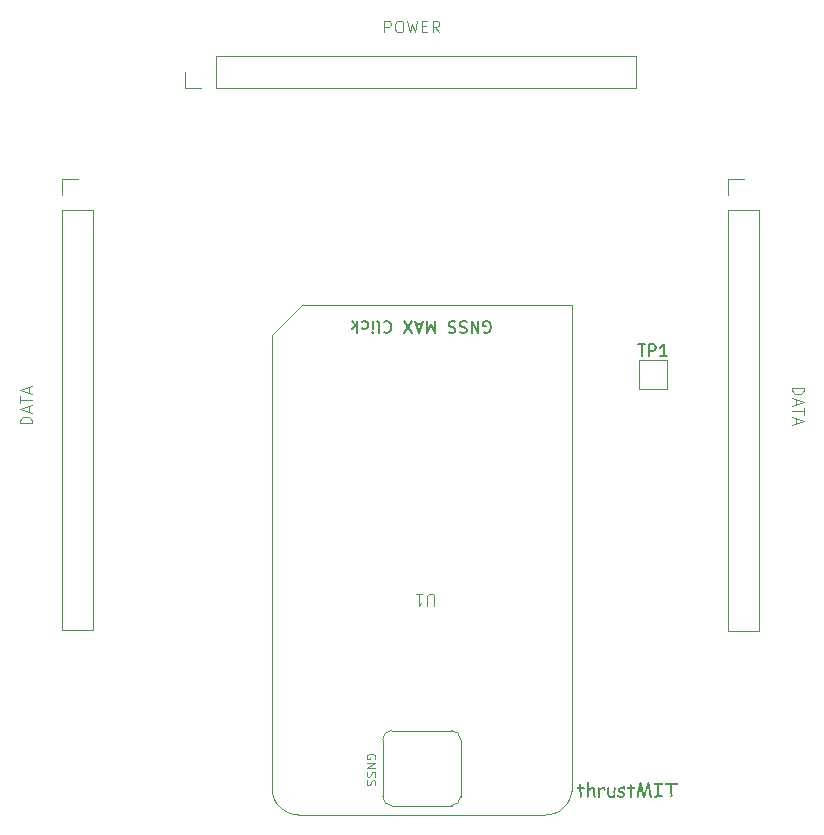
<source format=gbr>
%TF.GenerationSoftware,KiCad,Pcbnew,7.0.7*%
%TF.CreationDate,2024-04-01T01:35:54+05:30*%
%TF.ProjectId,GPS_Stack,4750535f-5374-4616-936b-2e6b69636164,rev?*%
%TF.SameCoordinates,Original*%
%TF.FileFunction,Legend,Top*%
%TF.FilePolarity,Positive*%
%FSLAX46Y46*%
G04 Gerber Fmt 4.6, Leading zero omitted, Abs format (unit mm)*
G04 Created by KiCad (PCBNEW 7.0.7) date 2024-04-01 01:35:54*
%MOMM*%
%LPD*%
G01*
G04 APERTURE LIST*
%ADD10C,0.150000*%
%ADD11C,0.100000*%
%ADD12C,0.200000*%
%ADD13C,0.120000*%
G04 APERTURE END LIST*
D10*
X132443695Y-84147019D02*
X133015123Y-84147019D01*
X132729409Y-85147019D02*
X132729409Y-84147019D01*
X133348457Y-85147019D02*
X133348457Y-84147019D01*
X133348457Y-84147019D02*
X133729409Y-84147019D01*
X133729409Y-84147019D02*
X133824647Y-84194638D01*
X133824647Y-84194638D02*
X133872266Y-84242257D01*
X133872266Y-84242257D02*
X133919885Y-84337495D01*
X133919885Y-84337495D02*
X133919885Y-84480352D01*
X133919885Y-84480352D02*
X133872266Y-84575590D01*
X133872266Y-84575590D02*
X133824647Y-84623209D01*
X133824647Y-84623209D02*
X133729409Y-84670828D01*
X133729409Y-84670828D02*
X133348457Y-84670828D01*
X134872266Y-85147019D02*
X134300838Y-85147019D01*
X134586552Y-85147019D02*
X134586552Y-84147019D01*
X134586552Y-84147019D02*
X134491314Y-84289876D01*
X134491314Y-84289876D02*
X134396076Y-84385114D01*
X134396076Y-84385114D02*
X134300838Y-84432733D01*
D11*
X115163504Y-106257380D02*
X115163504Y-105447857D01*
X115163504Y-105447857D02*
X115115885Y-105352619D01*
X115115885Y-105352619D02*
X115068266Y-105305000D01*
X115068266Y-105305000D02*
X114973028Y-105257380D01*
X114973028Y-105257380D02*
X114782552Y-105257380D01*
X114782552Y-105257380D02*
X114687314Y-105305000D01*
X114687314Y-105305000D02*
X114639695Y-105352619D01*
X114639695Y-105352619D02*
X114592076Y-105447857D01*
X114592076Y-105447857D02*
X114592076Y-106257380D01*
X113592076Y-105257380D02*
X114163504Y-105257380D01*
X113877790Y-105257380D02*
X113877790Y-106257380D01*
X113877790Y-106257380D02*
X113973028Y-106114523D01*
X113973028Y-106114523D02*
X114068266Y-106019285D01*
X114068266Y-106019285D02*
X114163504Y-105971666D01*
X110149362Y-119236142D02*
X110184886Y-119165095D01*
X110184886Y-119165095D02*
X110184886Y-119058523D01*
X110184886Y-119058523D02*
X110149362Y-118951952D01*
X110149362Y-118951952D02*
X110078314Y-118880904D01*
X110078314Y-118880904D02*
X110007267Y-118845381D01*
X110007267Y-118845381D02*
X109865171Y-118809857D01*
X109865171Y-118809857D02*
X109758600Y-118809857D01*
X109758600Y-118809857D02*
X109616505Y-118845381D01*
X109616505Y-118845381D02*
X109545457Y-118880904D01*
X109545457Y-118880904D02*
X109474410Y-118951952D01*
X109474410Y-118951952D02*
X109438886Y-119058523D01*
X109438886Y-119058523D02*
X109438886Y-119129571D01*
X109438886Y-119129571D02*
X109474410Y-119236142D01*
X109474410Y-119236142D02*
X109509933Y-119271666D01*
X109509933Y-119271666D02*
X109758600Y-119271666D01*
X109758600Y-119271666D02*
X109758600Y-119129571D01*
X109438886Y-119591381D02*
X110184886Y-119591381D01*
X110184886Y-119591381D02*
X109438886Y-120017666D01*
X109438886Y-120017666D02*
X110184886Y-120017666D01*
X109474410Y-120337381D02*
X109438886Y-120443952D01*
X109438886Y-120443952D02*
X109438886Y-120621571D01*
X109438886Y-120621571D02*
X109474410Y-120692619D01*
X109474410Y-120692619D02*
X109509933Y-120728143D01*
X109509933Y-120728143D02*
X109580981Y-120763666D01*
X109580981Y-120763666D02*
X109652029Y-120763666D01*
X109652029Y-120763666D02*
X109723076Y-120728143D01*
X109723076Y-120728143D02*
X109758600Y-120692619D01*
X109758600Y-120692619D02*
X109794124Y-120621571D01*
X109794124Y-120621571D02*
X109829648Y-120479476D01*
X109829648Y-120479476D02*
X109865171Y-120408428D01*
X109865171Y-120408428D02*
X109900695Y-120372905D01*
X109900695Y-120372905D02*
X109971743Y-120337381D01*
X109971743Y-120337381D02*
X110042790Y-120337381D01*
X110042790Y-120337381D02*
X110113838Y-120372905D01*
X110113838Y-120372905D02*
X110149362Y-120408428D01*
X110149362Y-120408428D02*
X110184886Y-120479476D01*
X110184886Y-120479476D02*
X110184886Y-120657095D01*
X110184886Y-120657095D02*
X110149362Y-120763666D01*
X109474410Y-121047857D02*
X109438886Y-121154428D01*
X109438886Y-121154428D02*
X109438886Y-121332047D01*
X109438886Y-121332047D02*
X109474410Y-121403095D01*
X109474410Y-121403095D02*
X109509933Y-121438619D01*
X109509933Y-121438619D02*
X109580981Y-121474142D01*
X109580981Y-121474142D02*
X109652029Y-121474142D01*
X109652029Y-121474142D02*
X109723076Y-121438619D01*
X109723076Y-121438619D02*
X109758600Y-121403095D01*
X109758600Y-121403095D02*
X109794124Y-121332047D01*
X109794124Y-121332047D02*
X109829648Y-121189952D01*
X109829648Y-121189952D02*
X109865171Y-121118904D01*
X109865171Y-121118904D02*
X109900695Y-121083381D01*
X109900695Y-121083381D02*
X109971743Y-121047857D01*
X109971743Y-121047857D02*
X110042790Y-121047857D01*
X110042790Y-121047857D02*
X110113838Y-121083381D01*
X110113838Y-121083381D02*
X110149362Y-121118904D01*
X110149362Y-121118904D02*
X110184886Y-121189952D01*
X110184886Y-121189952D02*
X110184886Y-121367571D01*
X110184886Y-121367571D02*
X110149362Y-121474142D01*
D12*
X119382514Y-83127161D02*
X119477752Y-83174780D01*
X119477752Y-83174780D02*
X119620609Y-83174780D01*
X119620609Y-83174780D02*
X119763466Y-83127161D01*
X119763466Y-83127161D02*
X119858704Y-83031923D01*
X119858704Y-83031923D02*
X119906323Y-82936685D01*
X119906323Y-82936685D02*
X119953942Y-82746209D01*
X119953942Y-82746209D02*
X119953942Y-82603352D01*
X119953942Y-82603352D02*
X119906323Y-82412876D01*
X119906323Y-82412876D02*
X119858704Y-82317638D01*
X119858704Y-82317638D02*
X119763466Y-82222400D01*
X119763466Y-82222400D02*
X119620609Y-82174780D01*
X119620609Y-82174780D02*
X119525371Y-82174780D01*
X119525371Y-82174780D02*
X119382514Y-82222400D01*
X119382514Y-82222400D02*
X119334895Y-82270019D01*
X119334895Y-82270019D02*
X119334895Y-82603352D01*
X119334895Y-82603352D02*
X119525371Y-82603352D01*
X118906323Y-82174780D02*
X118906323Y-83174780D01*
X118906323Y-83174780D02*
X118334895Y-82174780D01*
X118334895Y-82174780D02*
X118334895Y-83174780D01*
X117906323Y-82222400D02*
X117763466Y-82174780D01*
X117763466Y-82174780D02*
X117525371Y-82174780D01*
X117525371Y-82174780D02*
X117430133Y-82222400D01*
X117430133Y-82222400D02*
X117382514Y-82270019D01*
X117382514Y-82270019D02*
X117334895Y-82365257D01*
X117334895Y-82365257D02*
X117334895Y-82460495D01*
X117334895Y-82460495D02*
X117382514Y-82555733D01*
X117382514Y-82555733D02*
X117430133Y-82603352D01*
X117430133Y-82603352D02*
X117525371Y-82650971D01*
X117525371Y-82650971D02*
X117715847Y-82698590D01*
X117715847Y-82698590D02*
X117811085Y-82746209D01*
X117811085Y-82746209D02*
X117858704Y-82793828D01*
X117858704Y-82793828D02*
X117906323Y-82889066D01*
X117906323Y-82889066D02*
X117906323Y-82984304D01*
X117906323Y-82984304D02*
X117858704Y-83079542D01*
X117858704Y-83079542D02*
X117811085Y-83127161D01*
X117811085Y-83127161D02*
X117715847Y-83174780D01*
X117715847Y-83174780D02*
X117477752Y-83174780D01*
X117477752Y-83174780D02*
X117334895Y-83127161D01*
X116953942Y-82222400D02*
X116811085Y-82174780D01*
X116811085Y-82174780D02*
X116572990Y-82174780D01*
X116572990Y-82174780D02*
X116477752Y-82222400D01*
X116477752Y-82222400D02*
X116430133Y-82270019D01*
X116430133Y-82270019D02*
X116382514Y-82365257D01*
X116382514Y-82365257D02*
X116382514Y-82460495D01*
X116382514Y-82460495D02*
X116430133Y-82555733D01*
X116430133Y-82555733D02*
X116477752Y-82603352D01*
X116477752Y-82603352D02*
X116572990Y-82650971D01*
X116572990Y-82650971D02*
X116763466Y-82698590D01*
X116763466Y-82698590D02*
X116858704Y-82746209D01*
X116858704Y-82746209D02*
X116906323Y-82793828D01*
X116906323Y-82793828D02*
X116953942Y-82889066D01*
X116953942Y-82889066D02*
X116953942Y-82984304D01*
X116953942Y-82984304D02*
X116906323Y-83079542D01*
X116906323Y-83079542D02*
X116858704Y-83127161D01*
X116858704Y-83127161D02*
X116763466Y-83174780D01*
X116763466Y-83174780D02*
X116525371Y-83174780D01*
X116525371Y-83174780D02*
X116382514Y-83127161D01*
X115192037Y-82174780D02*
X115192037Y-83174780D01*
X115192037Y-83174780D02*
X114858704Y-82460495D01*
X114858704Y-82460495D02*
X114525371Y-83174780D01*
X114525371Y-83174780D02*
X114525371Y-82174780D01*
X114096799Y-82460495D02*
X113620609Y-82460495D01*
X114192037Y-82174780D02*
X113858704Y-83174780D01*
X113858704Y-83174780D02*
X113525371Y-82174780D01*
X113287275Y-83174780D02*
X112620609Y-82174780D01*
X112620609Y-83174780D02*
X113287275Y-82174780D01*
X110906323Y-82270019D02*
X110953942Y-82222400D01*
X110953942Y-82222400D02*
X111096799Y-82174780D01*
X111096799Y-82174780D02*
X111192037Y-82174780D01*
X111192037Y-82174780D02*
X111334894Y-82222400D01*
X111334894Y-82222400D02*
X111430132Y-82317638D01*
X111430132Y-82317638D02*
X111477751Y-82412876D01*
X111477751Y-82412876D02*
X111525370Y-82603352D01*
X111525370Y-82603352D02*
X111525370Y-82746209D01*
X111525370Y-82746209D02*
X111477751Y-82936685D01*
X111477751Y-82936685D02*
X111430132Y-83031923D01*
X111430132Y-83031923D02*
X111334894Y-83127161D01*
X111334894Y-83127161D02*
X111192037Y-83174780D01*
X111192037Y-83174780D02*
X111096799Y-83174780D01*
X111096799Y-83174780D02*
X110953942Y-83127161D01*
X110953942Y-83127161D02*
X110906323Y-83079542D01*
X110334894Y-82174780D02*
X110430132Y-82222400D01*
X110430132Y-82222400D02*
X110477751Y-82317638D01*
X110477751Y-82317638D02*
X110477751Y-83174780D01*
X109953941Y-82174780D02*
X109953941Y-82841447D01*
X109953941Y-83174780D02*
X110001560Y-83127161D01*
X110001560Y-83127161D02*
X109953941Y-83079542D01*
X109953941Y-83079542D02*
X109906322Y-83127161D01*
X109906322Y-83127161D02*
X109953941Y-83174780D01*
X109953941Y-83174780D02*
X109953941Y-83079542D01*
X109049180Y-82222400D02*
X109144418Y-82174780D01*
X109144418Y-82174780D02*
X109334894Y-82174780D01*
X109334894Y-82174780D02*
X109430132Y-82222400D01*
X109430132Y-82222400D02*
X109477751Y-82270019D01*
X109477751Y-82270019D02*
X109525370Y-82365257D01*
X109525370Y-82365257D02*
X109525370Y-82650971D01*
X109525370Y-82650971D02*
X109477751Y-82746209D01*
X109477751Y-82746209D02*
X109430132Y-82793828D01*
X109430132Y-82793828D02*
X109334894Y-82841447D01*
X109334894Y-82841447D02*
X109144418Y-82841447D01*
X109144418Y-82841447D02*
X109049180Y-82793828D01*
X108620608Y-82174780D02*
X108620608Y-83174780D01*
X108525370Y-82555733D02*
X108239656Y-82174780D01*
X108239656Y-82841447D02*
X108620608Y-82460495D01*
D11*
G36*
X127816196Y-121796580D02*
G01*
X127803546Y-121796407D01*
X127790723Y-121795949D01*
X127778106Y-121795292D01*
X127775163Y-121795115D01*
X127762461Y-121794265D01*
X127750733Y-121793693D01*
X127738843Y-121793384D01*
X127734424Y-121793356D01*
X127722655Y-121793959D01*
X127709887Y-121795128D01*
X127697055Y-121796507D01*
X127681896Y-121798279D01*
X127669001Y-121799867D01*
X127654797Y-121801676D01*
X127639284Y-121803707D01*
X127622463Y-121805959D01*
X127637997Y-122283698D01*
X127638876Y-122319162D01*
X127639755Y-122360488D01*
X127639795Y-122381925D01*
X127639110Y-122401979D01*
X127637698Y-122420650D01*
X127635560Y-122437937D01*
X127632697Y-122453842D01*
X127629108Y-122468364D01*
X127624793Y-122481503D01*
X127619752Y-122493258D01*
X127613985Y-122503631D01*
X127603974Y-122516597D01*
X127592329Y-122526451D01*
X127579052Y-122533193D01*
X127564141Y-122536824D01*
X127553293Y-122537515D01*
X127541183Y-122536773D01*
X127527835Y-122534032D01*
X127515329Y-122529272D01*
X127503664Y-122522492D01*
X127495847Y-122516413D01*
X127486369Y-122506675D01*
X127479218Y-122495928D01*
X127474395Y-122484171D01*
X127471901Y-122471405D01*
X127471521Y-122463656D01*
X127471603Y-122451034D01*
X127471798Y-122438862D01*
X127472107Y-122425188D01*
X127472437Y-122413167D01*
X127472840Y-122400184D01*
X127473316Y-122386239D01*
X127473866Y-122371332D01*
X127474484Y-122356426D01*
X127475020Y-122342481D01*
X127475473Y-122329498D01*
X127475844Y-122317477D01*
X127476192Y-122303803D01*
X127476411Y-122291631D01*
X127476503Y-122279009D01*
X127460090Y-121805959D01*
X127448271Y-121805385D01*
X127435343Y-121804650D01*
X127421309Y-121803757D01*
X127406166Y-121802703D01*
X127389916Y-121801490D01*
X127372558Y-121800117D01*
X127360370Y-121799113D01*
X127347691Y-121798038D01*
X127334519Y-121796892D01*
X127320855Y-121795674D01*
X127306698Y-121794386D01*
X127292049Y-121793028D01*
X127276908Y-121791598D01*
X127263813Y-121789175D01*
X127252007Y-121785645D01*
X127238268Y-121779216D01*
X127226819Y-121770817D01*
X127217660Y-121760449D01*
X127210791Y-121748111D01*
X127206211Y-121733805D01*
X127204279Y-121721783D01*
X127203635Y-121708653D01*
X127204418Y-121695158D01*
X127206768Y-121682590D01*
X127210683Y-121670950D01*
X127216165Y-121660238D01*
X127223213Y-121650452D01*
X127225910Y-121647397D01*
X127234696Y-121639129D01*
X127246040Y-121631646D01*
X127258562Y-121626491D01*
X127270233Y-121623925D01*
X127282770Y-121623070D01*
X127455694Y-121637138D01*
X127455601Y-121623925D01*
X127455322Y-121609381D01*
X127454965Y-121596787D01*
X127454488Y-121583341D01*
X127453893Y-121569044D01*
X127453179Y-121553895D01*
X127452565Y-121541974D01*
X127451884Y-121529574D01*
X127451255Y-121517264D01*
X127450513Y-121501877D01*
X127449881Y-121487662D01*
X127449359Y-121474619D01*
X127448947Y-121462749D01*
X127448586Y-121449560D01*
X127448380Y-121436151D01*
X127448367Y-121432267D01*
X127449201Y-121420250D01*
X127452285Y-121407245D01*
X127457640Y-121395333D01*
X127465268Y-121384516D01*
X127472107Y-121377459D01*
X127481490Y-121370089D01*
X127493376Y-121363417D01*
X127506270Y-121358821D01*
X127518127Y-121356533D01*
X127530725Y-121355771D01*
X127544138Y-121356791D01*
X127556458Y-121359851D01*
X127567686Y-121364951D01*
X127577821Y-121372092D01*
X127586865Y-121381273D01*
X127594816Y-121392494D01*
X127601675Y-121405755D01*
X127607442Y-121421057D01*
X127610680Y-121432391D01*
X127613432Y-121444632D01*
X127615699Y-121457780D01*
X127617480Y-121471835D01*
X127618394Y-121485219D01*
X127618998Y-121497583D01*
X127619438Y-121510772D01*
X127619713Y-121524786D01*
X127619816Y-121537093D01*
X127619825Y-121542177D01*
X127618360Y-121588192D01*
X127617480Y-121637138D01*
X127629924Y-121635541D01*
X127641683Y-121634047D01*
X127658038Y-121631999D01*
X127672853Y-121630183D01*
X127686127Y-121628599D01*
X127697861Y-121627247D01*
X127711109Y-121625804D01*
X127723819Y-121624580D01*
X127734424Y-121623949D01*
X127750003Y-121624021D01*
X127764535Y-121624238D01*
X127778023Y-121624598D01*
X127790464Y-121625103D01*
X127805425Y-121626001D01*
X127818527Y-121627155D01*
X127832290Y-121628958D01*
X127844971Y-121631651D01*
X127846678Y-121632156D01*
X127858424Y-121637047D01*
X127868605Y-121643367D01*
X127879128Y-121653276D01*
X127887203Y-121665417D01*
X127891902Y-121676738D01*
X127895034Y-121689487D01*
X127896601Y-121703666D01*
X127896796Y-121711290D01*
X127895993Y-121724785D01*
X127893582Y-121737353D01*
X127889563Y-121748993D01*
X127883937Y-121759706D01*
X127876704Y-121769491D01*
X127873935Y-121772547D01*
X127865029Y-121780714D01*
X127855237Y-121787192D01*
X127842693Y-121792614D01*
X127830981Y-121795430D01*
X127818382Y-121796557D01*
X127816196Y-121796580D01*
G37*
G36*
X128745882Y-122537515D02*
G01*
X128731860Y-122536544D01*
X128719101Y-122533632D01*
X128707606Y-122528777D01*
X128697376Y-122521981D01*
X128688409Y-122513244D01*
X128680706Y-122502564D01*
X128674267Y-122489943D01*
X128669092Y-122475380D01*
X128665601Y-122462246D01*
X128662161Y-122448122D01*
X128658773Y-122433010D01*
X128655436Y-122416908D01*
X128652151Y-122399817D01*
X128649989Y-122387874D01*
X128647851Y-122375491D01*
X128645735Y-122362668D01*
X128643642Y-122349405D01*
X128641572Y-122335703D01*
X128639525Y-122321562D01*
X128637501Y-122306980D01*
X128635500Y-122291960D01*
X128634508Y-122284284D01*
X128632733Y-122269612D01*
X128631073Y-122255273D01*
X128629527Y-122241265D01*
X128628096Y-122227589D01*
X128626780Y-122214246D01*
X128625577Y-122201234D01*
X128624490Y-122188554D01*
X128623517Y-122176207D01*
X128622658Y-122164191D01*
X128621585Y-122146790D01*
X128620769Y-122130136D01*
X128620211Y-122114230D01*
X128619910Y-122099070D01*
X128619853Y-122089378D01*
X128619981Y-122077307D01*
X128620304Y-122064490D01*
X128620737Y-122051830D01*
X128621207Y-122040099D01*
X128621778Y-122027295D01*
X128621905Y-122024605D01*
X128622496Y-122011586D01*
X128622987Y-121999641D01*
X128623443Y-121986723D01*
X128623794Y-121973606D01*
X128623954Y-121961191D01*
X128623956Y-121959832D01*
X128623654Y-121941199D01*
X128622747Y-121923768D01*
X128621236Y-121907539D01*
X128619120Y-121892513D01*
X128616400Y-121878688D01*
X128613075Y-121866066D01*
X128609146Y-121854645D01*
X128602119Y-121839769D01*
X128593731Y-121827597D01*
X128583984Y-121818131D01*
X128572876Y-121811369D01*
X128560408Y-121807311D01*
X128546580Y-121805959D01*
X128533552Y-121806331D01*
X128520701Y-121807447D01*
X128508026Y-121809308D01*
X128495527Y-121811912D01*
X128483205Y-121815261D01*
X128471059Y-121819354D01*
X128459089Y-121824191D01*
X128447295Y-121829773D01*
X128435678Y-121836098D01*
X128424237Y-121843168D01*
X128412973Y-121850982D01*
X128401885Y-121859540D01*
X128390973Y-121868842D01*
X128380237Y-121878888D01*
X128369678Y-121889679D01*
X128359295Y-121901214D01*
X128351108Y-121911117D01*
X128342376Y-121922581D01*
X128333097Y-121935606D01*
X128323272Y-121950192D01*
X128316419Y-121960783D01*
X128309323Y-121972069D01*
X128301984Y-121984048D01*
X128294402Y-121996720D01*
X128286578Y-122010087D01*
X128278511Y-122024147D01*
X128270202Y-122038901D01*
X128261649Y-122054349D01*
X128252854Y-122070491D01*
X128243817Y-122087327D01*
X128243791Y-122107093D01*
X128243714Y-122126349D01*
X128243585Y-122145094D01*
X128243405Y-122163329D01*
X128243173Y-122181053D01*
X128242889Y-122198266D01*
X128242554Y-122214969D01*
X128242168Y-122231161D01*
X128241730Y-122246843D01*
X128241241Y-122262014D01*
X128240700Y-122276674D01*
X128240107Y-122290824D01*
X128239463Y-122304463D01*
X128238768Y-122317591D01*
X128238021Y-122330209D01*
X128237222Y-122342316D01*
X128235470Y-122364999D01*
X128233513Y-122385639D01*
X128231349Y-122404236D01*
X128228979Y-122420792D01*
X128226403Y-122435304D01*
X128223621Y-122447774D01*
X128219061Y-122462650D01*
X128217438Y-122466587D01*
X128211251Y-122478814D01*
X128204268Y-122489412D01*
X128196487Y-122498378D01*
X128185641Y-122507294D01*
X128173549Y-122513663D01*
X128160213Y-122517484D01*
X128145631Y-122518757D01*
X128133280Y-122517954D01*
X128121506Y-122515543D01*
X128110309Y-122511524D01*
X128099689Y-122505898D01*
X128089646Y-122498665D01*
X128086427Y-122495896D01*
X128077761Y-122486873D01*
X128070888Y-122477170D01*
X128065136Y-122464991D01*
X128061824Y-122451886D01*
X128060928Y-122439916D01*
X128062330Y-122427390D01*
X128065049Y-122415351D01*
X128068255Y-122403866D01*
X128070994Y-122391131D01*
X128072692Y-122377432D01*
X128073897Y-122363712D01*
X128074710Y-122351811D01*
X128075446Y-122338529D01*
X128076105Y-122323866D01*
X128076686Y-122307823D01*
X128077190Y-122290399D01*
X128077341Y-122284284D01*
X128079979Y-122162944D01*
X128082323Y-121560055D01*
X128083033Y-121547602D01*
X128083697Y-121535669D01*
X128084607Y-121518744D01*
X128085414Y-121502988D01*
X128086119Y-121488402D01*
X128086720Y-121474986D01*
X128087218Y-121462738D01*
X128087721Y-121448228D01*
X128088042Y-121435797D01*
X128088185Y-121423182D01*
X128087992Y-121410199D01*
X128087412Y-121397445D01*
X128086446Y-121384919D01*
X128085094Y-121372623D01*
X128083355Y-121360556D01*
X128081230Y-121348718D01*
X128080272Y-121344047D01*
X128077992Y-121332336D01*
X128076099Y-121320468D01*
X128074592Y-121308442D01*
X128073471Y-121296259D01*
X128072737Y-121283919D01*
X128072389Y-121271421D01*
X128072358Y-121266378D01*
X128073193Y-121253931D01*
X128075697Y-121242308D01*
X128080728Y-121229789D01*
X128088031Y-121218393D01*
X128096099Y-121209518D01*
X128105492Y-121201848D01*
X128115649Y-121195766D01*
X128126568Y-121191270D01*
X128138249Y-121188360D01*
X128150693Y-121187038D01*
X128155010Y-121186950D01*
X128167210Y-121187560D01*
X128181938Y-121190274D01*
X128194907Y-121195158D01*
X128206118Y-121202213D01*
X128215570Y-121211438D01*
X128223264Y-121222834D01*
X128229199Y-121236401D01*
X128232496Y-121248001D01*
X128234145Y-121256413D01*
X128236449Y-121270677D01*
X128238527Y-121284673D01*
X128240379Y-121298401D01*
X128242003Y-121311862D01*
X128243401Y-121325054D01*
X128244572Y-121337979D01*
X128245517Y-121350636D01*
X128246235Y-121363025D01*
X128246726Y-121375146D01*
X128246990Y-121386999D01*
X128247041Y-121394752D01*
X128246992Y-121410366D01*
X128246845Y-121426103D01*
X128246600Y-121441965D01*
X128246258Y-121457950D01*
X128245817Y-121474058D01*
X128245279Y-121490290D01*
X128244642Y-121506646D01*
X128243908Y-121523126D01*
X128243076Y-121539729D01*
X128242146Y-121556456D01*
X128241472Y-121567676D01*
X128240589Y-121584028D01*
X128239810Y-121600442D01*
X128239133Y-121616918D01*
X128238559Y-121633456D01*
X128238089Y-121650056D01*
X128237721Y-121666718D01*
X128237457Y-121683441D01*
X128237295Y-121700226D01*
X128237237Y-121717073D01*
X128237282Y-121733982D01*
X128237369Y-121745289D01*
X128238248Y-121817683D01*
X128246746Y-121806541D01*
X128255316Y-121795756D01*
X128263956Y-121785328D01*
X128272668Y-121775258D01*
X128281450Y-121765544D01*
X128290304Y-121756188D01*
X128299228Y-121747190D01*
X128308224Y-121738548D01*
X128317290Y-121730264D01*
X128326427Y-121722336D01*
X128335636Y-121714766D01*
X128344915Y-121707554D01*
X128358967Y-121697404D01*
X128373179Y-121688058D01*
X128382742Y-121682274D01*
X128397278Y-121674208D01*
X128411978Y-121666935D01*
X128426843Y-121660456D01*
X128441873Y-121654770D01*
X128457068Y-121649877D01*
X128472428Y-121645778D01*
X128487953Y-121642472D01*
X128503642Y-121639959D01*
X128519497Y-121638240D01*
X128535516Y-121637315D01*
X128546287Y-121637138D01*
X128563061Y-121637485D01*
X128579164Y-121638526D01*
X128594596Y-121640260D01*
X128609357Y-121642689D01*
X128623447Y-121645811D01*
X128636866Y-121649627D01*
X128649614Y-121654137D01*
X128661692Y-121659340D01*
X128673098Y-121665237D01*
X128683834Y-121671828D01*
X128693899Y-121679113D01*
X128703292Y-121687092D01*
X128712015Y-121695765D01*
X128720067Y-121705131D01*
X128727448Y-121715191D01*
X128734159Y-121725945D01*
X128740697Y-121738455D01*
X128746685Y-121752464D01*
X128752121Y-121767972D01*
X128757006Y-121784980D01*
X128759956Y-121797151D01*
X128762662Y-121809989D01*
X128765122Y-121823493D01*
X128767337Y-121837663D01*
X128769308Y-121852500D01*
X128771033Y-121868003D01*
X128772514Y-121884172D01*
X128773749Y-121901008D01*
X128774739Y-121918510D01*
X128775484Y-121936678D01*
X128782226Y-122093775D01*
X128798639Y-122265233D01*
X128800088Y-122277161D01*
X128801579Y-122288910D01*
X128803892Y-122306198D01*
X128806298Y-122323084D01*
X128808797Y-122339569D01*
X128811388Y-122355652D01*
X128814072Y-122371333D01*
X128816849Y-122386612D01*
X128819719Y-122401489D01*
X128822681Y-122415965D01*
X128825737Y-122430038D01*
X128826775Y-122434640D01*
X128829090Y-122446863D01*
X128830000Y-122458381D01*
X128829124Y-122470728D01*
X128826496Y-122482272D01*
X128821217Y-122494724D01*
X128813553Y-122506082D01*
X128805087Y-122514947D01*
X128795504Y-122522617D01*
X128785221Y-122528700D01*
X128774237Y-122533196D01*
X128762552Y-122536105D01*
X128750166Y-122537427D01*
X128745882Y-122537515D01*
G37*
G36*
X129666775Y-121873663D02*
G01*
X129665767Y-121885908D01*
X129663219Y-121902793D01*
X129659430Y-121917902D01*
X129654399Y-121931232D01*
X129648126Y-121942786D01*
X129640612Y-121952562D01*
X129631856Y-121960560D01*
X129621859Y-121966781D01*
X129610620Y-121971225D01*
X129598139Y-121973891D01*
X129584417Y-121974780D01*
X129571741Y-121974071D01*
X129556780Y-121970923D01*
X129544035Y-121965256D01*
X129533506Y-121957070D01*
X129525195Y-121946365D01*
X129519099Y-121933142D01*
X129515982Y-121921571D01*
X129514112Y-121908584D01*
X129513489Y-121894180D01*
X129513231Y-121881924D01*
X129512654Y-121868450D01*
X129512005Y-121856206D01*
X129511170Y-121842127D01*
X129510851Y-121837027D01*
X129508506Y-121768443D01*
X129492441Y-121770550D01*
X129476779Y-121772986D01*
X129461520Y-121775752D01*
X129446664Y-121778848D01*
X129432211Y-121782274D01*
X129418161Y-121786029D01*
X129404514Y-121790114D01*
X129391270Y-121794528D01*
X129378428Y-121799273D01*
X129365990Y-121804347D01*
X129353955Y-121809751D01*
X129342323Y-121815484D01*
X129331094Y-121821548D01*
X129320268Y-121827941D01*
X129309845Y-121834664D01*
X129299825Y-121841716D01*
X129286303Y-121852249D01*
X129273213Y-121863736D01*
X129264727Y-121871923D01*
X129256434Y-121880534D01*
X129248333Y-121889568D01*
X129240424Y-121899026D01*
X129232707Y-121908907D01*
X129225183Y-121919213D01*
X129217851Y-121929941D01*
X129210712Y-121941094D01*
X129203764Y-121952670D01*
X129197009Y-121964669D01*
X129190447Y-121977092D01*
X129184077Y-121989939D01*
X129177899Y-122003210D01*
X129179658Y-122454277D01*
X129178941Y-122469153D01*
X129176793Y-122482565D01*
X129173212Y-122494514D01*
X129166210Y-122508171D01*
X129156662Y-122519226D01*
X129144567Y-122527679D01*
X129129926Y-122533532D01*
X129117275Y-122536215D01*
X129103191Y-122537434D01*
X129098178Y-122537515D01*
X129085188Y-122536789D01*
X129073476Y-122534609D01*
X129059847Y-122529444D01*
X129048490Y-122521695D01*
X129039404Y-122511364D01*
X129032590Y-122498449D01*
X129028970Y-122487069D01*
X129026627Y-122474235D01*
X129025562Y-122459948D01*
X129025491Y-122454863D01*
X129025491Y-121881577D01*
X129025590Y-121868489D01*
X129025830Y-121855218D01*
X129026141Y-121842710D01*
X129026551Y-121828885D01*
X129026952Y-121816878D01*
X129027417Y-121804028D01*
X129027543Y-121800683D01*
X129028024Y-121787622D01*
X129028441Y-121775404D01*
X129028871Y-121761316D01*
X129029202Y-121748545D01*
X129029467Y-121734958D01*
X129029593Y-121721502D01*
X129029595Y-121719790D01*
X129030234Y-121705019D01*
X129032150Y-121691701D01*
X129035344Y-121679836D01*
X129041591Y-121666276D01*
X129050109Y-121655299D01*
X129060898Y-121646905D01*
X129073959Y-121641093D01*
X129089292Y-121637865D01*
X129102281Y-121637138D01*
X129116693Y-121638280D01*
X129129704Y-121641703D01*
X129141313Y-121647409D01*
X129151521Y-121655397D01*
X129160327Y-121665668D01*
X129167732Y-121678220D01*
X129173736Y-121693056D01*
X129178339Y-121710173D01*
X129180628Y-121722853D01*
X129182295Y-121736547D01*
X129183340Y-121751255D01*
X129183761Y-121766978D01*
X129193686Y-121757836D01*
X129203680Y-121748984D01*
X129213740Y-121740422D01*
X129223869Y-121732150D01*
X129234064Y-121724169D01*
X129244328Y-121716478D01*
X129254659Y-121709077D01*
X129265057Y-121701967D01*
X129275523Y-121695146D01*
X129286057Y-121688616D01*
X129296658Y-121682376D01*
X129307326Y-121676426D01*
X129318063Y-121670767D01*
X129328866Y-121665398D01*
X129339738Y-121660319D01*
X129350676Y-121655530D01*
X129361683Y-121651031D01*
X129372757Y-121646823D01*
X129383898Y-121642905D01*
X129395107Y-121639277D01*
X129406384Y-121635939D01*
X129417728Y-121632892D01*
X129429140Y-121630135D01*
X129440619Y-121627668D01*
X129452166Y-121625491D01*
X129463780Y-121623605D01*
X129475462Y-121622008D01*
X129487211Y-121620702D01*
X129499028Y-121619687D01*
X129510913Y-121618961D01*
X129522865Y-121618526D01*
X129534884Y-121618381D01*
X129547115Y-121618816D01*
X129562493Y-121620751D01*
X129576809Y-121624233D01*
X129590062Y-121629264D01*
X129602253Y-121635843D01*
X129613381Y-121643969D01*
X129623447Y-121653643D01*
X129632451Y-121664866D01*
X129634535Y-121667913D01*
X129642298Y-121681010D01*
X129647440Y-121691867D01*
X129652001Y-121703611D01*
X129655979Y-121716240D01*
X129659375Y-121729755D01*
X129662189Y-121744157D01*
X129664420Y-121759445D01*
X129666070Y-121775618D01*
X129667137Y-121792678D01*
X129667525Y-121804544D01*
X129667655Y-121816803D01*
X129667633Y-121829320D01*
X129667551Y-121842564D01*
X129667377Y-121855567D01*
X129667029Y-121868411D01*
X129666775Y-121873663D01*
G37*
G36*
X130504724Y-122013175D02*
G01*
X130504738Y-122028278D01*
X130504766Y-122040772D01*
X130504810Y-122054265D01*
X130504869Y-122068757D01*
X130504944Y-122084249D01*
X130505034Y-122100741D01*
X130505139Y-122118232D01*
X130505218Y-122130448D01*
X130505304Y-122143108D01*
X130505397Y-122156212D01*
X130505497Y-122169761D01*
X130505603Y-122183754D01*
X130505710Y-122197747D01*
X130505809Y-122211295D01*
X130505902Y-122224400D01*
X130505988Y-122237060D01*
X130506067Y-122249276D01*
X130506139Y-122261048D01*
X130506234Y-122277872D01*
X130506314Y-122293697D01*
X130506379Y-122308523D01*
X130506427Y-122322349D01*
X130506461Y-122335176D01*
X130506479Y-122347003D01*
X130506482Y-122354333D01*
X130506740Y-122366944D01*
X130507317Y-122379629D01*
X130508092Y-122392622D01*
X130508958Y-122405166D01*
X130509120Y-122407383D01*
X130510116Y-122420043D01*
X130511018Y-122433198D01*
X130511705Y-122446103D01*
X130512040Y-122457907D01*
X130512051Y-122460139D01*
X130511206Y-122472456D01*
X130508671Y-122483907D01*
X130503578Y-122496173D01*
X130496185Y-122507260D01*
X130488018Y-122515826D01*
X130478734Y-122523197D01*
X130466939Y-122529869D01*
X130454106Y-122534465D01*
X130442280Y-122536753D01*
X130429692Y-122537515D01*
X130414516Y-122536677D01*
X130400786Y-122534163D01*
X130388504Y-122529973D01*
X130377669Y-122524106D01*
X130368281Y-122516564D01*
X130360340Y-122507345D01*
X130353846Y-122496450D01*
X130348799Y-122483879D01*
X130335816Y-122490374D01*
X130322586Y-122496450D01*
X130309108Y-122502107D01*
X130295383Y-122507345D01*
X130281411Y-122512164D01*
X130267192Y-122516564D01*
X130252725Y-122520545D01*
X130238011Y-122524106D01*
X130223049Y-122527249D01*
X130207841Y-122529973D01*
X130192385Y-122532277D01*
X130176681Y-122534163D01*
X130160731Y-122535630D01*
X130144533Y-122536677D01*
X130128088Y-122537306D01*
X130111395Y-122537515D01*
X130098057Y-122537332D01*
X130085008Y-122536782D01*
X130072247Y-122535867D01*
X130059774Y-122534584D01*
X130047591Y-122532936D01*
X130035695Y-122530921D01*
X130024088Y-122528539D01*
X130007219Y-122524280D01*
X129990999Y-122519197D01*
X129975428Y-122513289D01*
X129960506Y-122506557D01*
X129946233Y-122499001D01*
X129932609Y-122490621D01*
X129918493Y-122480531D01*
X129905489Y-122469607D01*
X129893598Y-122457849D01*
X129882821Y-122445256D01*
X129873155Y-122431828D01*
X129864603Y-122417565D01*
X129857164Y-122402468D01*
X129850837Y-122386536D01*
X129845623Y-122369770D01*
X129842765Y-122358129D01*
X129840402Y-122346117D01*
X129839406Y-122339972D01*
X129837441Y-122326645D01*
X129835538Y-122313410D01*
X129833697Y-122300267D01*
X129831919Y-122287215D01*
X129830203Y-122274255D01*
X129828549Y-122261386D01*
X129826958Y-122248609D01*
X129825430Y-122235924D01*
X129823963Y-122223330D01*
X129822559Y-122210828D01*
X129821218Y-122198418D01*
X129819939Y-122186099D01*
X129818722Y-122173871D01*
X129817568Y-122161735D01*
X129816476Y-122149691D01*
X129815446Y-122137739D01*
X129814479Y-122125877D01*
X129813574Y-122114108D01*
X129811952Y-122090844D01*
X129810579Y-122067946D01*
X129809456Y-122045415D01*
X129808583Y-122023250D01*
X129807959Y-122001451D01*
X129807584Y-121980019D01*
X129807459Y-121958953D01*
X129807556Y-121945021D01*
X129807844Y-121930848D01*
X129808325Y-121916435D01*
X129808998Y-121901782D01*
X129809864Y-121886888D01*
X129810922Y-121871753D01*
X129812172Y-121856379D01*
X129813614Y-121840764D01*
X129815249Y-121824908D01*
X129817076Y-121808812D01*
X129819096Y-121792476D01*
X129821308Y-121775899D01*
X129823712Y-121759082D01*
X129826309Y-121742024D01*
X129829098Y-121724726D01*
X129832079Y-121707187D01*
X129834709Y-121694669D01*
X129838313Y-121683382D01*
X129844633Y-121670247D01*
X129852684Y-121659302D01*
X129862466Y-121650546D01*
X129873979Y-121643979D01*
X129887223Y-121639601D01*
X129902198Y-121637412D01*
X129910334Y-121637138D01*
X129923221Y-121637911D01*
X129935284Y-121640230D01*
X129946522Y-121644094D01*
X129956936Y-121649503D01*
X129966526Y-121656458D01*
X129969539Y-121659120D01*
X129977707Y-121667806D01*
X129985100Y-121679060D01*
X129990193Y-121691521D01*
X129992727Y-121703161D01*
X129993572Y-121715687D01*
X129993279Y-121728301D01*
X129992399Y-121743061D01*
X129991272Y-121756415D01*
X129989770Y-121771143D01*
X129988397Y-121783090D01*
X129986813Y-121795811D01*
X129985018Y-121809304D01*
X129983011Y-121823570D01*
X129981556Y-121833510D01*
X129979461Y-121848340D01*
X129977571Y-121862495D01*
X129975888Y-121875975D01*
X129974412Y-121888780D01*
X129973141Y-121900911D01*
X129971767Y-121916035D01*
X129970759Y-121929959D01*
X129970118Y-121942683D01*
X129969832Y-121956901D01*
X129969868Y-121973458D01*
X129969974Y-121989718D01*
X129970151Y-122005680D01*
X129970400Y-122021345D01*
X129970719Y-122036711D01*
X129971110Y-122051780D01*
X129971571Y-122066552D01*
X129972103Y-122081025D01*
X129972707Y-122095201D01*
X129973381Y-122109080D01*
X129974126Y-122122660D01*
X129974943Y-122135943D01*
X129975830Y-122148929D01*
X129976788Y-122161616D01*
X129977818Y-122174006D01*
X129978918Y-122186099D01*
X129980088Y-122197859D01*
X129981972Y-122214950D01*
X129984010Y-122231381D01*
X129986203Y-122247153D01*
X129988551Y-122262266D01*
X129991053Y-122276719D01*
X129993710Y-122290512D01*
X129996521Y-122303647D01*
X129999487Y-122316121D01*
X130002607Y-122327937D01*
X130005882Y-122339092D01*
X130017765Y-122345053D01*
X130029564Y-122350368D01*
X130041279Y-122355039D01*
X130052910Y-122359064D01*
X130059518Y-122361074D01*
X130071016Y-122364043D01*
X130084054Y-122366544D01*
X130096982Y-122368092D01*
X130109801Y-122368687D01*
X130111395Y-122368695D01*
X130125255Y-122368559D01*
X130139211Y-122368154D01*
X130153264Y-122367479D01*
X130167412Y-122366533D01*
X130181657Y-122365317D01*
X130195998Y-122363831D01*
X130210435Y-122362075D01*
X130224968Y-122360048D01*
X130239597Y-122357752D01*
X130254323Y-122355185D01*
X130269145Y-122352348D01*
X130284063Y-122349241D01*
X130299077Y-122345863D01*
X130314187Y-122342216D01*
X130329393Y-122338298D01*
X130344696Y-122334110D01*
X130344110Y-122170272D01*
X130342351Y-122013761D01*
X130342412Y-121992177D01*
X130342594Y-121970951D01*
X130342897Y-121950082D01*
X130343322Y-121929570D01*
X130343868Y-121909416D01*
X130344536Y-121889618D01*
X130345324Y-121870178D01*
X130346235Y-121851095D01*
X130347266Y-121832369D01*
X130348419Y-121814001D01*
X130349693Y-121795989D01*
X130351089Y-121778335D01*
X130352606Y-121761038D01*
X130354244Y-121744098D01*
X130356004Y-121727516D01*
X130357885Y-121711290D01*
X130360132Y-121698039D01*
X130363466Y-121686090D01*
X130369603Y-121672187D01*
X130377672Y-121660601D01*
X130387674Y-121651332D01*
X130399608Y-121644380D01*
X130413475Y-121639745D01*
X130425144Y-121637790D01*
X130437899Y-121637138D01*
X130450786Y-121637921D01*
X130462848Y-121640271D01*
X130474087Y-121644186D01*
X130484501Y-121649668D01*
X130494090Y-121656716D01*
X130497103Y-121659413D01*
X130505220Y-121668048D01*
X130512422Y-121679112D01*
X130517185Y-121691241D01*
X130519507Y-121704437D01*
X130519672Y-121714515D01*
X130504724Y-122013175D01*
G37*
G36*
X131262072Y-121862233D02*
G01*
X131248541Y-121861417D01*
X131236341Y-121858970D01*
X131223457Y-121853879D01*
X131212490Y-121846440D01*
X131203440Y-121836651D01*
X131198471Y-121828820D01*
X131193240Y-121816021D01*
X131189692Y-121803926D01*
X131186967Y-121792477D01*
X131184343Y-121779453D01*
X131181820Y-121764853D01*
X131179994Y-121752869D01*
X131178224Y-121740000D01*
X131177076Y-121730928D01*
X131164893Y-121734075D01*
X131151535Y-121737690D01*
X131137003Y-121741775D01*
X131121297Y-121746329D01*
X131104415Y-121751351D01*
X131092508Y-121754960D01*
X131080079Y-121758777D01*
X131067129Y-121762802D01*
X131053655Y-121767036D01*
X131039660Y-121771478D01*
X131025143Y-121776129D01*
X131010104Y-121780988D01*
X130994543Y-121786055D01*
X130986566Y-121788667D01*
X130970485Y-121795359D01*
X130955434Y-121802245D01*
X130941414Y-121809326D01*
X130928424Y-121816602D01*
X130916465Y-121824072D01*
X130905536Y-121831737D01*
X130895637Y-121839597D01*
X130886769Y-121847651D01*
X130875398Y-121860098D01*
X130866346Y-121872982D01*
X130859612Y-121886304D01*
X130855197Y-121900064D01*
X130853100Y-121914262D01*
X130852916Y-121919092D01*
X130865190Y-121923324D01*
X130877390Y-121926933D01*
X130889516Y-121929918D01*
X130901570Y-121932281D01*
X130913326Y-121934431D01*
X130924893Y-121936631D01*
X130947457Y-121941179D01*
X130969260Y-121945927D01*
X130990303Y-121950874D01*
X131010586Y-121956021D01*
X131030109Y-121961366D01*
X131048871Y-121966911D01*
X131066873Y-121972655D01*
X131084115Y-121978598D01*
X131100597Y-121984740D01*
X131116319Y-121991082D01*
X131131280Y-121997622D01*
X131145481Y-122004362D01*
X131158922Y-122011302D01*
X131171603Y-122018440D01*
X131183524Y-122025778D01*
X131199814Y-122036962D01*
X131215054Y-122048753D01*
X131229242Y-122061151D01*
X131242380Y-122074156D01*
X131254467Y-122087768D01*
X131265502Y-122101986D01*
X131275487Y-122116811D01*
X131284420Y-122132243D01*
X131292303Y-122148282D01*
X131299134Y-122164927D01*
X131304915Y-122182180D01*
X131309644Y-122200039D01*
X131313323Y-122218505D01*
X131315951Y-122237577D01*
X131317527Y-122257257D01*
X131318053Y-122277543D01*
X131317598Y-122294138D01*
X131316234Y-122310218D01*
X131313962Y-122325783D01*
X131310780Y-122340833D01*
X131306690Y-122355367D01*
X131301690Y-122369386D01*
X131295781Y-122382890D01*
X131288963Y-122395879D01*
X131281236Y-122408352D01*
X131272600Y-122420311D01*
X131263056Y-122431754D01*
X131252602Y-122442682D01*
X131241239Y-122453095D01*
X131228966Y-122462992D01*
X131215785Y-122472374D01*
X131201695Y-122481242D01*
X131189443Y-122488056D01*
X131176792Y-122494431D01*
X131163742Y-122500366D01*
X131150294Y-122505861D01*
X131136448Y-122510917D01*
X131122203Y-122515533D01*
X131107560Y-122519710D01*
X131092519Y-122523447D01*
X131077079Y-122526744D01*
X131061240Y-122529602D01*
X131045004Y-122532020D01*
X131028368Y-122533998D01*
X131011335Y-122535537D01*
X130993903Y-122536636D01*
X130976072Y-122537295D01*
X130957843Y-122537515D01*
X130944363Y-122537376D01*
X130930961Y-122536956D01*
X130917637Y-122536258D01*
X130904391Y-122535280D01*
X130891222Y-122534023D01*
X130878131Y-122532487D01*
X130865119Y-122530671D01*
X130852184Y-122528576D01*
X130839327Y-122526201D01*
X130826547Y-122523548D01*
X130813846Y-122520614D01*
X130801222Y-122517402D01*
X130788677Y-122513910D01*
X130776209Y-122510139D01*
X130763819Y-122506088D01*
X130751507Y-122501758D01*
X130736139Y-122495939D01*
X130721763Y-122489837D01*
X130708378Y-122483455D01*
X130695984Y-122476790D01*
X130684582Y-122469844D01*
X130674172Y-122462617D01*
X130664753Y-122455107D01*
X130652483Y-122443315D01*
X130642445Y-122430889D01*
X130634637Y-122417830D01*
X130629060Y-122404137D01*
X130625714Y-122389810D01*
X130624598Y-122374849D01*
X130625505Y-122362938D01*
X130628855Y-122349771D01*
X130634673Y-122337389D01*
X130641625Y-122327401D01*
X130650390Y-122317990D01*
X130660420Y-122309722D01*
X130670943Y-122303166D01*
X130681962Y-122298319D01*
X130693475Y-122295184D01*
X130705482Y-122293758D01*
X130709595Y-122293663D01*
X130721466Y-122295416D01*
X130732780Y-122299710D01*
X130745144Y-122306579D01*
X130756251Y-122314271D01*
X130765662Y-122321713D01*
X130775540Y-122330300D01*
X130786502Y-122337713D01*
X130797234Y-122342664D01*
X130810384Y-122347330D01*
X130822646Y-122350856D01*
X130836456Y-122354199D01*
X130851813Y-122357359D01*
X130864347Y-122359609D01*
X130877921Y-122361738D01*
X130890945Y-122363584D01*
X130903420Y-122365145D01*
X130915345Y-122366423D01*
X130929479Y-122367621D01*
X130942754Y-122368375D01*
X130955170Y-122368686D01*
X130957550Y-122368695D01*
X130970375Y-122368550D01*
X130982912Y-122368118D01*
X130995160Y-122367396D01*
X131007119Y-122366386D01*
X131018790Y-122365088D01*
X131033903Y-122362908D01*
X131048502Y-122360216D01*
X131062589Y-122357010D01*
X131076163Y-122353291D01*
X131079476Y-122352281D01*
X131093199Y-122347530D01*
X131105573Y-122342290D01*
X131116596Y-122336560D01*
X131129195Y-122328159D01*
X131139393Y-122318888D01*
X131147192Y-122308746D01*
X131152592Y-122297735D01*
X131155591Y-122285853D01*
X131156266Y-122276371D01*
X131155655Y-122262623D01*
X131153821Y-122249443D01*
X131150764Y-122236831D01*
X131146484Y-122224787D01*
X131140982Y-122213310D01*
X131134257Y-122202402D01*
X131126309Y-122192061D01*
X131117138Y-122182288D01*
X131106745Y-122173084D01*
X131095129Y-122164446D01*
X131082290Y-122156377D01*
X131068229Y-122148876D01*
X131052944Y-122141943D01*
X131036437Y-122135577D01*
X131018708Y-122129779D01*
X130999755Y-122124549D01*
X130913879Y-122106085D01*
X130900426Y-122103159D01*
X130887469Y-122100172D01*
X130875009Y-122097124D01*
X130863046Y-122094013D01*
X130851580Y-122090840D01*
X130835313Y-122085966D01*
X130820163Y-122080952D01*
X130806132Y-122075799D01*
X130793219Y-122070507D01*
X130781423Y-122065076D01*
X130770746Y-122059506D01*
X130758248Y-122051863D01*
X130746306Y-122043055D01*
X130735538Y-122033449D01*
X130725945Y-122023045D01*
X130717527Y-122011842D01*
X130710283Y-121999840D01*
X130704214Y-121987040D01*
X130699319Y-121973442D01*
X130695600Y-121959044D01*
X130693055Y-121943849D01*
X130691684Y-121927854D01*
X130691423Y-121916748D01*
X130692057Y-121896275D01*
X130693960Y-121876548D01*
X130697132Y-121857568D01*
X130701571Y-121839335D01*
X130707280Y-121821848D01*
X130714257Y-121805107D01*
X130722502Y-121789113D01*
X130732016Y-121773866D01*
X130742799Y-121759364D01*
X130754850Y-121745610D01*
X130768170Y-121732601D01*
X130782758Y-121720340D01*
X130798614Y-121708824D01*
X130815740Y-121698056D01*
X130834133Y-121688033D01*
X130853796Y-121678757D01*
X130867104Y-121673207D01*
X130878299Y-121668876D01*
X130890535Y-121664400D01*
X130903812Y-121659781D01*
X130918129Y-121655017D01*
X130933487Y-121650109D01*
X130949886Y-121645056D01*
X130961397Y-121641608D01*
X130973370Y-121638095D01*
X130985806Y-121634519D01*
X130998704Y-121630878D01*
X131012065Y-121627173D01*
X131025451Y-121623472D01*
X131038352Y-121619841D01*
X131050767Y-121616282D01*
X131062697Y-121612793D01*
X131074141Y-121609376D01*
X131090397Y-121604383D01*
X131105561Y-121599549D01*
X131119633Y-121594876D01*
X131132613Y-121590362D01*
X131144500Y-121586007D01*
X131158651Y-121580450D01*
X131167990Y-121576468D01*
X131180835Y-121571588D01*
X131194093Y-121567717D01*
X131207763Y-121564856D01*
X131219470Y-121563243D01*
X131231462Y-121562331D01*
X131241263Y-121562107D01*
X131254108Y-121562900D01*
X131266047Y-121565281D01*
X131277079Y-121569248D01*
X131288804Y-121575881D01*
X131299295Y-121584675D01*
X131307064Y-121593622D01*
X131314096Y-121605285D01*
X131318383Y-121616331D01*
X131321062Y-121628345D01*
X131322133Y-121641328D01*
X131322156Y-121643586D01*
X131322797Y-121656666D01*
X131324410Y-121670334D01*
X131326574Y-121683702D01*
X131328928Y-121696006D01*
X131331783Y-121709370D01*
X131332414Y-121712170D01*
X131335369Y-121725745D01*
X131337824Y-121738262D01*
X131340108Y-121751884D01*
X131341670Y-121763981D01*
X131342582Y-121776166D01*
X131342672Y-121780753D01*
X131341869Y-121793898D01*
X131339457Y-121806074D01*
X131335439Y-121817281D01*
X131328719Y-121829132D01*
X131321218Y-121838241D01*
X131319811Y-121839665D01*
X131310905Y-121847334D01*
X131299395Y-121854276D01*
X131286678Y-121859059D01*
X131274818Y-121861439D01*
X131262072Y-121862233D01*
G37*
G36*
X132074228Y-121796580D02*
G01*
X132061578Y-121796407D01*
X132048755Y-121795949D01*
X132036138Y-121795292D01*
X132033196Y-121795115D01*
X132020493Y-121794265D01*
X132008765Y-121793693D01*
X131996875Y-121793384D01*
X131992456Y-121793356D01*
X131980687Y-121793959D01*
X131967919Y-121795128D01*
X131955087Y-121796507D01*
X131939928Y-121798279D01*
X131927033Y-121799867D01*
X131912829Y-121801676D01*
X131897316Y-121803707D01*
X131880495Y-121805959D01*
X131896029Y-122283698D01*
X131896908Y-122319162D01*
X131897787Y-122360488D01*
X131897827Y-122381925D01*
X131897142Y-122401979D01*
X131895730Y-122420650D01*
X131893592Y-122437937D01*
X131890729Y-122453842D01*
X131887140Y-122468364D01*
X131882825Y-122481503D01*
X131877784Y-122493258D01*
X131872017Y-122503631D01*
X131862006Y-122516597D01*
X131850362Y-122526451D01*
X131837084Y-122533193D01*
X131822173Y-122536824D01*
X131811325Y-122537515D01*
X131799215Y-122536773D01*
X131785867Y-122534032D01*
X131773361Y-122529272D01*
X131761696Y-122522492D01*
X131753879Y-122516413D01*
X131744401Y-122506675D01*
X131737250Y-122495928D01*
X131732427Y-122484171D01*
X131729933Y-122471405D01*
X131729553Y-122463656D01*
X131729635Y-122451034D01*
X131729830Y-122438862D01*
X131730139Y-122425188D01*
X131730469Y-122413167D01*
X131730872Y-122400184D01*
X131731348Y-122386239D01*
X131731898Y-122371332D01*
X131732516Y-122356426D01*
X131733052Y-122342481D01*
X131733505Y-122329498D01*
X131733876Y-122317477D01*
X131734224Y-122303803D01*
X131734443Y-122291631D01*
X131734535Y-122279009D01*
X131718122Y-121805959D01*
X131706303Y-121805385D01*
X131693376Y-121804650D01*
X131679341Y-121803757D01*
X131664198Y-121802703D01*
X131647948Y-121801490D01*
X131630590Y-121800117D01*
X131618403Y-121799113D01*
X131605723Y-121798038D01*
X131592551Y-121796892D01*
X131578887Y-121795674D01*
X131564730Y-121794386D01*
X131550081Y-121793028D01*
X131534940Y-121791598D01*
X131521846Y-121789175D01*
X131510039Y-121785645D01*
X131496300Y-121779216D01*
X131484851Y-121770817D01*
X131475692Y-121760449D01*
X131468823Y-121748111D01*
X131464243Y-121733805D01*
X131462311Y-121721783D01*
X131461667Y-121708653D01*
X131462450Y-121695158D01*
X131464800Y-121682590D01*
X131468715Y-121670950D01*
X131474197Y-121660238D01*
X131481245Y-121650452D01*
X131483942Y-121647397D01*
X131492728Y-121639129D01*
X131504072Y-121631646D01*
X131516594Y-121626491D01*
X131528265Y-121623925D01*
X131540802Y-121623070D01*
X131713726Y-121637138D01*
X131713633Y-121623925D01*
X131713354Y-121609381D01*
X131712997Y-121596787D01*
X131712520Y-121583341D01*
X131711925Y-121569044D01*
X131711211Y-121553895D01*
X131710597Y-121541974D01*
X131709916Y-121529574D01*
X131709287Y-121517264D01*
X131708545Y-121501877D01*
X131707913Y-121487662D01*
X131707391Y-121474619D01*
X131706979Y-121462749D01*
X131706618Y-121449560D01*
X131706412Y-121436151D01*
X131706399Y-121432267D01*
X131707233Y-121420250D01*
X131710317Y-121407245D01*
X131715672Y-121395333D01*
X131723300Y-121384516D01*
X131730139Y-121377459D01*
X131739523Y-121370089D01*
X131751408Y-121363417D01*
X131764303Y-121358821D01*
X131776159Y-121356533D01*
X131788757Y-121355771D01*
X131802170Y-121356791D01*
X131814490Y-121359851D01*
X131825718Y-121364951D01*
X131835853Y-121372092D01*
X131844897Y-121381273D01*
X131852848Y-121392494D01*
X131859707Y-121405755D01*
X131865474Y-121421057D01*
X131868712Y-121432391D01*
X131871464Y-121444632D01*
X131873731Y-121457780D01*
X131875512Y-121471835D01*
X131876426Y-121485219D01*
X131877031Y-121497583D01*
X131877470Y-121510772D01*
X131877745Y-121524786D01*
X131877848Y-121537093D01*
X131877857Y-121542177D01*
X131876392Y-121588192D01*
X131875512Y-121637138D01*
X131887956Y-121635541D01*
X131899715Y-121634047D01*
X131916070Y-121631999D01*
X131930885Y-121630183D01*
X131944159Y-121628599D01*
X131955893Y-121627247D01*
X131969141Y-121625804D01*
X131981851Y-121624580D01*
X131992456Y-121623949D01*
X132008035Y-121624021D01*
X132022568Y-121624238D01*
X132036055Y-121624598D01*
X132048496Y-121625103D01*
X132063457Y-121626001D01*
X132076559Y-121627155D01*
X132090322Y-121628958D01*
X132103003Y-121631651D01*
X132104710Y-121632156D01*
X132116456Y-121637047D01*
X132126637Y-121643367D01*
X132137160Y-121653276D01*
X132145236Y-121665417D01*
X132149934Y-121676738D01*
X132153067Y-121689487D01*
X132154633Y-121703666D01*
X132154829Y-121711290D01*
X132154025Y-121724785D01*
X132151614Y-121737353D01*
X132147595Y-121748993D01*
X132141969Y-121759706D01*
X132134736Y-121769491D01*
X132131967Y-121772547D01*
X132123061Y-121780714D01*
X132113269Y-121787192D01*
X132100725Y-121792614D01*
X132089013Y-121795430D01*
X132076414Y-121796557D01*
X132074228Y-121796580D01*
G37*
G36*
X133538806Y-122575031D02*
G01*
X133525271Y-122573950D01*
X133512508Y-122570709D01*
X133500518Y-122565307D01*
X133489301Y-122557743D01*
X133478857Y-122548019D01*
X133471058Y-122538683D01*
X133465533Y-122530774D01*
X133459388Y-122520534D01*
X133453407Y-122508719D01*
X133447591Y-122495328D01*
X133443337Y-122484252D01*
X133439176Y-122472289D01*
X133435107Y-122459440D01*
X133431132Y-122445704D01*
X133427249Y-122431083D01*
X133423459Y-122415575D01*
X133420983Y-122404745D01*
X133391381Y-122258199D01*
X133386978Y-122239880D01*
X133382268Y-122218994D01*
X133377251Y-122195540D01*
X133374627Y-122182851D01*
X133371927Y-122169521D01*
X133369150Y-122155548D01*
X133366297Y-122140934D01*
X133363366Y-122125678D01*
X133360359Y-122109780D01*
X133357276Y-122093241D01*
X133354115Y-122076060D01*
X133350878Y-122058237D01*
X133347564Y-122039773D01*
X133344173Y-122020667D01*
X133340706Y-122000919D01*
X133337162Y-121980529D01*
X133333541Y-121959498D01*
X133329844Y-121937825D01*
X133326070Y-121915510D01*
X133322219Y-121892554D01*
X133318292Y-121868955D01*
X133314287Y-121844715D01*
X133310206Y-121819834D01*
X133306049Y-121794311D01*
X133301814Y-121768146D01*
X133297503Y-121741339D01*
X133293115Y-121713891D01*
X133288651Y-121685800D01*
X133284110Y-121657069D01*
X133119392Y-122170565D01*
X133070739Y-122332351D01*
X133067029Y-122344232D01*
X133063297Y-122355840D01*
X133059546Y-122367175D01*
X133053879Y-122383668D01*
X133048167Y-122399547D01*
X133042408Y-122414813D01*
X133036602Y-122429466D01*
X133030750Y-122443506D01*
X133024852Y-122456933D01*
X133018908Y-122469747D01*
X133012917Y-122481948D01*
X133008897Y-122489741D01*
X132999875Y-122500938D01*
X132990102Y-122510642D01*
X132979579Y-122518854D01*
X132968304Y-122525572D01*
X132956278Y-122530797D01*
X132943501Y-122534529D01*
X132929973Y-122536769D01*
X132915694Y-122537515D01*
X132903920Y-122536929D01*
X132890091Y-122534548D01*
X132877250Y-122530334D01*
X132865396Y-122524289D01*
X132854529Y-122516413D01*
X132844650Y-122506704D01*
X132839197Y-122500000D01*
X132833597Y-122488346D01*
X132828155Y-122475734D01*
X132822869Y-122462162D01*
X132818755Y-122450615D01*
X132814741Y-122438454D01*
X132810828Y-122425679D01*
X132807015Y-122412291D01*
X132806078Y-122408848D01*
X132782337Y-122314473D01*
X132777154Y-122295637D01*
X132772009Y-122276718D01*
X132766903Y-122257716D01*
X132761835Y-122238631D01*
X132756805Y-122219463D01*
X132751813Y-122200212D01*
X132746860Y-122180878D01*
X132741946Y-122161461D01*
X132737069Y-122141961D01*
X132732231Y-122122378D01*
X132727432Y-122102712D01*
X132722670Y-122082962D01*
X132717947Y-122063130D01*
X132713263Y-122043215D01*
X132708616Y-122023217D01*
X132704009Y-122003136D01*
X132699439Y-121982972D01*
X132694908Y-121962725D01*
X132690415Y-121942395D01*
X132685961Y-121921982D01*
X132681544Y-121901486D01*
X132677167Y-121880907D01*
X132672827Y-121860245D01*
X132668526Y-121839500D01*
X132664263Y-121818672D01*
X132660039Y-121797760D01*
X132655853Y-121776766D01*
X132651705Y-121755689D01*
X132647596Y-121734529D01*
X132643525Y-121713286D01*
X132639493Y-121691960D01*
X132635498Y-121670551D01*
X132605896Y-121821786D01*
X132499504Y-122267578D01*
X132497995Y-122283018D01*
X132495997Y-122299771D01*
X132494393Y-122311670D01*
X132492572Y-122324153D01*
X132490533Y-122337219D01*
X132488276Y-122350870D01*
X132485802Y-122365104D01*
X132483110Y-122379922D01*
X132480201Y-122395325D01*
X132477075Y-122411311D01*
X132473730Y-122427881D01*
X132470169Y-122445035D01*
X132466389Y-122462772D01*
X132462392Y-122481094D01*
X132458178Y-122500000D01*
X132451519Y-122513189D01*
X132443853Y-122524619D01*
X132435180Y-122534291D01*
X132425498Y-122542205D01*
X132414810Y-122548360D01*
X132403114Y-122552756D01*
X132390410Y-122555394D01*
X132376699Y-122556273D01*
X132364460Y-122555572D01*
X132350831Y-122552879D01*
X132338356Y-122548167D01*
X132327036Y-122541435D01*
X132316869Y-122532683D01*
X132312219Y-122527550D01*
X132305246Y-122517916D01*
X132299716Y-122507478D01*
X132295629Y-122496236D01*
X132292984Y-122484191D01*
X132291782Y-122471342D01*
X132291702Y-122466880D01*
X132291924Y-122449564D01*
X132292591Y-122431760D01*
X132293701Y-122413468D01*
X132295256Y-122394688D01*
X132297255Y-122375421D01*
X132299698Y-122355666D01*
X132302586Y-122335423D01*
X132305917Y-122314692D01*
X132309693Y-122293474D01*
X132313913Y-122271768D01*
X132318577Y-122249575D01*
X132323686Y-122226893D01*
X132326407Y-122215370D01*
X132329239Y-122203724D01*
X132332181Y-122191957D01*
X132335235Y-122180067D01*
X132338400Y-122168056D01*
X132341677Y-122155923D01*
X132345064Y-122143668D01*
X132348562Y-122131290D01*
X132439420Y-121788080D01*
X132487194Y-121519902D01*
X132489469Y-121508269D01*
X132494042Y-121485765D01*
X132498645Y-121464277D01*
X132503277Y-121443807D01*
X132507939Y-121424353D01*
X132512630Y-121405916D01*
X132517352Y-121388495D01*
X132522103Y-121372091D01*
X132526884Y-121356704D01*
X132531695Y-121342333D01*
X132536536Y-121328979D01*
X132541406Y-121316642D01*
X132546306Y-121305321D01*
X132553712Y-121290246D01*
X132561185Y-121277459D01*
X132563691Y-121273705D01*
X132572209Y-121262165D01*
X132581203Y-121252163D01*
X132590674Y-121243700D01*
X132600621Y-121236775D01*
X132611044Y-121231390D01*
X132624742Y-121226822D01*
X132639185Y-121224658D01*
X132645170Y-121224466D01*
X132658154Y-121225450D01*
X132670285Y-121228404D01*
X132681564Y-121233327D01*
X132691992Y-121240219D01*
X132701568Y-121249081D01*
X132710292Y-121259911D01*
X132718164Y-121272711D01*
X132723509Y-121283603D01*
X132725184Y-121287480D01*
X132731271Y-121303097D01*
X132735374Y-121315045D01*
X132739514Y-121328223D01*
X132743690Y-121342630D01*
X132747904Y-121358267D01*
X132752153Y-121375133D01*
X132756440Y-121393229D01*
X132760763Y-121412555D01*
X132765123Y-121433110D01*
X132769519Y-121454895D01*
X132773952Y-121477910D01*
X132776182Y-121489878D01*
X132778422Y-121502154D01*
X132780670Y-121514737D01*
X132782928Y-121527628D01*
X132785195Y-121540826D01*
X132787471Y-121554331D01*
X132789756Y-121568144D01*
X132792050Y-121582264D01*
X132794354Y-121596692D01*
X132797149Y-121614231D01*
X132800038Y-121631860D01*
X132803022Y-121649580D01*
X132806101Y-121667391D01*
X132809273Y-121685292D01*
X132812541Y-121703283D01*
X132815902Y-121721365D01*
X132819358Y-121739537D01*
X132822909Y-121757800D01*
X132826554Y-121776153D01*
X132830293Y-121794597D01*
X132834127Y-121813131D01*
X132838056Y-121831755D01*
X132842079Y-121850470D01*
X132846196Y-121869275D01*
X132850408Y-121888171D01*
X132854714Y-121907157D01*
X132859115Y-121926234D01*
X132863610Y-121945401D01*
X132868199Y-121964659D01*
X132872883Y-121984007D01*
X132877662Y-122003445D01*
X132882535Y-122022974D01*
X132887502Y-122042594D01*
X132892564Y-122062304D01*
X132897720Y-122082104D01*
X132902971Y-122101995D01*
X132908316Y-122121976D01*
X132913756Y-122142047D01*
X132919290Y-122162209D01*
X132924918Y-122182462D01*
X132930642Y-122202805D01*
X132938230Y-122182280D01*
X132945754Y-122161703D01*
X132953214Y-122141074D01*
X132960610Y-122120391D01*
X132967942Y-122099656D01*
X132975210Y-122078868D01*
X132982413Y-122058028D01*
X132989553Y-122037135D01*
X132996628Y-122016189D01*
X133003640Y-121995191D01*
X133010587Y-121974140D01*
X133017470Y-121953036D01*
X133024289Y-121931880D01*
X133031044Y-121910671D01*
X133037734Y-121889409D01*
X133044361Y-121868094D01*
X133050923Y-121846727D01*
X133057422Y-121825308D01*
X133063856Y-121803835D01*
X133070226Y-121782310D01*
X133076532Y-121760733D01*
X133082774Y-121739102D01*
X133088952Y-121717419D01*
X133095066Y-121695683D01*
X133101115Y-121673895D01*
X133107101Y-121652054D01*
X133113022Y-121630160D01*
X133118879Y-121608214D01*
X133124673Y-121586215D01*
X133130402Y-121564163D01*
X133136067Y-121542059D01*
X133141667Y-121519902D01*
X133166287Y-121395631D01*
X133169117Y-121381818D01*
X133172112Y-121368514D01*
X133175272Y-121355721D01*
X133178597Y-121343438D01*
X133182086Y-121331665D01*
X133185741Y-121320402D01*
X133190870Y-121306177D01*
X133196292Y-121292860D01*
X133202008Y-121280450D01*
X133204975Y-121274584D01*
X133213406Y-121262838D01*
X133222579Y-121252657D01*
X133232494Y-121244043D01*
X133243150Y-121236995D01*
X133254549Y-121231514D01*
X133266689Y-121227598D01*
X133279571Y-121225249D01*
X133293196Y-121224466D01*
X133306198Y-121225597D01*
X133318609Y-121228989D01*
X133330427Y-121234643D01*
X133341652Y-121242559D01*
X133352285Y-121252737D01*
X133362325Y-121265177D01*
X133371773Y-121279878D01*
X133377742Y-121290935D01*
X133383449Y-121302998D01*
X133388891Y-121316066D01*
X133394071Y-121330139D01*
X133398987Y-121345217D01*
X133401346Y-121353133D01*
X133404735Y-121366917D01*
X133407397Y-121379383D01*
X133410162Y-121393673D01*
X133413030Y-121409787D01*
X133414999Y-121421543D01*
X133417014Y-121434109D01*
X133419075Y-121447486D01*
X133421182Y-121461673D01*
X133423334Y-121476671D01*
X133425532Y-121492480D01*
X133427776Y-121509099D01*
X133430066Y-121526529D01*
X133432401Y-121544769D01*
X133433586Y-121554193D01*
X133436650Y-121578135D01*
X133439761Y-121601857D01*
X133442918Y-121625360D01*
X133446121Y-121648642D01*
X133449370Y-121671705D01*
X133452666Y-121694548D01*
X133456008Y-121717171D01*
X133459397Y-121739574D01*
X133462832Y-121761757D01*
X133466313Y-121783721D01*
X133469841Y-121805464D01*
X133473415Y-121826988D01*
X133477035Y-121848292D01*
X133480702Y-121869377D01*
X133484415Y-121890241D01*
X133488175Y-121910886D01*
X133491981Y-121931311D01*
X133495833Y-121951516D01*
X133499731Y-121971501D01*
X133503676Y-121991266D01*
X133507668Y-122010812D01*
X133511706Y-122030137D01*
X133515790Y-122049243D01*
X133519920Y-122068129D01*
X133524097Y-122086796D01*
X133528320Y-122105242D01*
X133532590Y-122123469D01*
X133536906Y-122141475D01*
X133541268Y-122159262D01*
X133545677Y-122176830D01*
X133550132Y-122194177D01*
X133554633Y-122211304D01*
X133595080Y-122357850D01*
X133598842Y-122371331D01*
X133602361Y-122384151D01*
X133605638Y-122396308D01*
X133608672Y-122407804D01*
X133612768Y-122423807D01*
X133616317Y-122438321D01*
X133619321Y-122451346D01*
X133621779Y-122462882D01*
X133624206Y-122475948D01*
X133625874Y-122488557D01*
X133626147Y-122494138D01*
X133625199Y-122506606D01*
X133622356Y-122518290D01*
X133617616Y-122529192D01*
X133610980Y-122539310D01*
X133602448Y-122548646D01*
X133599183Y-122551584D01*
X133588934Y-122559552D01*
X133578190Y-122565872D01*
X133566952Y-122570543D01*
X133555219Y-122573565D01*
X133542992Y-122574939D01*
X133538806Y-122575031D01*
G37*
G36*
X134471130Y-121458939D02*
G01*
X134457520Y-121458769D01*
X134443066Y-121458261D01*
X134427771Y-121457414D01*
X134415746Y-121456556D01*
X134403247Y-121455508D01*
X134390275Y-121454269D01*
X134376828Y-121452839D01*
X134362907Y-121451219D01*
X134348512Y-121449408D01*
X134338653Y-121448094D01*
X134205882Y-121430802D01*
X134204710Y-121446040D01*
X134203575Y-121461235D01*
X134202478Y-121476389D01*
X134201417Y-121491499D01*
X134200394Y-121506568D01*
X134199408Y-121521594D01*
X134198459Y-121536578D01*
X134197547Y-121551519D01*
X134196673Y-121566418D01*
X134195836Y-121581275D01*
X134195036Y-121596089D01*
X134194273Y-121610861D01*
X134193548Y-121625590D01*
X134192859Y-121640278D01*
X134192208Y-121654922D01*
X134191594Y-121669525D01*
X134191017Y-121684085D01*
X134190478Y-121698603D01*
X134189975Y-121713078D01*
X134189510Y-121727511D01*
X134189082Y-121741902D01*
X134188692Y-121756250D01*
X134188338Y-121770556D01*
X134188022Y-121784820D01*
X134187743Y-121799041D01*
X134187501Y-121813220D01*
X134187296Y-121827356D01*
X134187129Y-121841451D01*
X134186999Y-121855502D01*
X134186906Y-121869512D01*
X134186850Y-121883479D01*
X134186831Y-121897404D01*
X134186882Y-121912493D01*
X134186986Y-121924381D01*
X134187146Y-121936759D01*
X134187363Y-121949626D01*
X134187637Y-121962983D01*
X134187968Y-121976829D01*
X134188355Y-121991164D01*
X134188799Y-122005989D01*
X134189300Y-122021303D01*
X134189857Y-122037107D01*
X134190055Y-122042484D01*
X134190631Y-122058451D01*
X134191151Y-122073928D01*
X134191614Y-122088916D01*
X134192020Y-122103415D01*
X134192369Y-122117424D01*
X134192662Y-122130944D01*
X134192898Y-122143974D01*
X134193078Y-122156515D01*
X134193201Y-122168566D01*
X134193276Y-122183873D01*
X134193279Y-122187564D01*
X134193230Y-122202273D01*
X134193084Y-122216724D01*
X134192839Y-122230918D01*
X134192496Y-122244854D01*
X134192056Y-122258533D01*
X134191517Y-122271954D01*
X134190881Y-122285117D01*
X134190147Y-122298023D01*
X134189315Y-122310671D01*
X134188385Y-122323062D01*
X134187711Y-122331179D01*
X134447390Y-122327955D01*
X134459967Y-122328831D01*
X134471762Y-122331458D01*
X134482774Y-122335837D01*
X134493002Y-122341968D01*
X134502447Y-122349851D01*
X134505422Y-122352868D01*
X134513390Y-122362502D01*
X134519710Y-122372940D01*
X134524381Y-122384181D01*
X134527404Y-122396227D01*
X134528777Y-122409076D01*
X134528869Y-122413538D01*
X134528045Y-122426964D01*
X134525572Y-122439545D01*
X134521450Y-122451281D01*
X134515680Y-122462172D01*
X134508261Y-122472219D01*
X134505422Y-122475380D01*
X134496237Y-122483747D01*
X134486270Y-122490382D01*
X134475519Y-122495287D01*
X134463986Y-122498461D01*
X134451669Y-122499903D01*
X134447390Y-122500000D01*
X134435093Y-122500000D01*
X134421359Y-122500000D01*
X134406187Y-122500000D01*
X134393865Y-122500000D01*
X134380733Y-122500000D01*
X134366793Y-122500000D01*
X134352043Y-122500000D01*
X134336485Y-122500000D01*
X134320118Y-122500000D01*
X134308757Y-122500000D01*
X134291854Y-122500000D01*
X134275764Y-122500000D01*
X134260488Y-122500000D01*
X134246027Y-122500000D01*
X134232379Y-122500000D01*
X134219545Y-122500000D01*
X134207526Y-122500000D01*
X134192766Y-122500000D01*
X134179453Y-122500000D01*
X134170418Y-122500000D01*
X134155947Y-122500146D01*
X134143987Y-122500448D01*
X134131080Y-122500915D01*
X134117224Y-122501547D01*
X134102421Y-122502344D01*
X134086670Y-122503306D01*
X134069970Y-122504433D01*
X134052323Y-122505724D01*
X134040031Y-122506676D01*
X134027319Y-122507702D01*
X134014184Y-122508801D01*
X134007459Y-122509378D01*
X133994147Y-122510514D01*
X133981246Y-122511577D01*
X133968758Y-122512566D01*
X133956681Y-122513482D01*
X133939340Y-122514718D01*
X133922925Y-122515790D01*
X133907438Y-122516697D01*
X133892879Y-122517438D01*
X133879247Y-122518015D01*
X133866542Y-122518428D01*
X133854764Y-122518675D01*
X133843914Y-122518757D01*
X133831337Y-122517902D01*
X133819542Y-122515336D01*
X133808530Y-122511060D01*
X133798302Y-122505074D01*
X133788857Y-122497377D01*
X133785882Y-122494431D01*
X133777914Y-122484807D01*
X133771594Y-122474400D01*
X133766923Y-122463210D01*
X133763900Y-122451236D01*
X133762527Y-122438480D01*
X133762435Y-122434054D01*
X133763259Y-122421026D01*
X133765732Y-122408761D01*
X133769854Y-122397258D01*
X133775624Y-122386518D01*
X133783043Y-122376540D01*
X133785882Y-122373384D01*
X133795077Y-122364918D01*
X133805075Y-122358203D01*
X133815877Y-122353240D01*
X133827483Y-122350028D01*
X133839892Y-122348569D01*
X133844207Y-122348471D01*
X133858642Y-122348201D01*
X133870911Y-122347644D01*
X133884416Y-122346783D01*
X133899158Y-122345617D01*
X133915136Y-122344148D01*
X133932350Y-122342375D01*
X133944513Y-122341024D01*
X133957226Y-122339538D01*
X133970489Y-122337917D01*
X133984301Y-122336161D01*
X133998662Y-122334269D01*
X134013573Y-122332243D01*
X134021235Y-122331179D01*
X134022701Y-122318539D01*
X134024024Y-122305570D01*
X134025202Y-122292271D01*
X134026236Y-122278642D01*
X134027125Y-122264684D01*
X134027870Y-122250396D01*
X134028472Y-122235778D01*
X134028928Y-122220830D01*
X134029241Y-122205553D01*
X134029409Y-122189945D01*
X134029441Y-122179357D01*
X134029359Y-122164827D01*
X134029112Y-122149517D01*
X134028818Y-122137524D01*
X134028431Y-122125093D01*
X134027952Y-122112224D01*
X134027380Y-122098918D01*
X134026716Y-122085173D01*
X134025958Y-122070990D01*
X134025108Y-122056370D01*
X134024166Y-122041311D01*
X134023223Y-122026258D01*
X134022373Y-122011653D01*
X134021615Y-121997496D01*
X134020951Y-121983788D01*
X134020379Y-121970527D01*
X134019900Y-121957715D01*
X134019513Y-121945351D01*
X134019220Y-121933435D01*
X134018972Y-121918245D01*
X134018890Y-121903852D01*
X134018912Y-121891926D01*
X134018979Y-121879816D01*
X134019091Y-121867521D01*
X134019247Y-121855043D01*
X134019448Y-121842380D01*
X134019694Y-121829532D01*
X134019984Y-121816501D01*
X134020319Y-121803285D01*
X134020698Y-121789884D01*
X134021122Y-121776300D01*
X134021591Y-121762531D01*
X134022105Y-121748577D01*
X134022663Y-121734440D01*
X134023266Y-121720118D01*
X134023913Y-121705611D01*
X134024605Y-121690921D01*
X134025342Y-121676046D01*
X134026123Y-121660986D01*
X134026949Y-121645743D01*
X134027820Y-121630315D01*
X134028735Y-121614703D01*
X134029695Y-121598906D01*
X134030700Y-121582925D01*
X134031749Y-121566760D01*
X134032843Y-121550410D01*
X134033982Y-121533876D01*
X134035165Y-121517158D01*
X134036393Y-121500256D01*
X134037666Y-121483169D01*
X134038983Y-121465897D01*
X134040345Y-121448442D01*
X134041751Y-121430802D01*
X133934773Y-121434319D01*
X133827501Y-121436664D01*
X133814604Y-121435829D01*
X133802511Y-121433325D01*
X133791221Y-121429152D01*
X133780735Y-121423310D01*
X133771053Y-121415798D01*
X133768004Y-121412923D01*
X133759936Y-121403468D01*
X133753537Y-121393126D01*
X133748807Y-121381898D01*
X133745747Y-121369784D01*
X133744356Y-121356784D01*
X133744263Y-121352254D01*
X133744943Y-121338568D01*
X133746984Y-121326088D01*
X133750384Y-121314814D01*
X133757033Y-121301657D01*
X133766101Y-121290643D01*
X133777586Y-121281772D01*
X133791490Y-121275045D01*
X133803504Y-121271406D01*
X133816879Y-121268973D01*
X133821639Y-121268429D01*
X133835189Y-121267277D01*
X133850779Y-121266238D01*
X133868409Y-121265312D01*
X133881296Y-121264758D01*
X133895090Y-121264255D01*
X133909790Y-121263801D01*
X133925397Y-121263398D01*
X133941911Y-121263046D01*
X133959332Y-121262743D01*
X133977659Y-121262491D01*
X133996893Y-121262290D01*
X134017034Y-121262139D01*
X134038082Y-121262038D01*
X134060036Y-121261988D01*
X134071353Y-121261981D01*
X134092195Y-121262114D01*
X134113687Y-121262513D01*
X134135829Y-121263177D01*
X134158621Y-121264106D01*
X134182064Y-121265302D01*
X134194029Y-121265999D01*
X134206157Y-121266762D01*
X134218447Y-121267592D01*
X134230900Y-121268489D01*
X134243516Y-121269452D01*
X134256294Y-121270481D01*
X134269235Y-121271577D01*
X134282338Y-121272739D01*
X134295604Y-121273967D01*
X134309032Y-121275262D01*
X134322623Y-121276623D01*
X134336377Y-121278051D01*
X134350293Y-121279545D01*
X134364371Y-121281106D01*
X134378613Y-121282732D01*
X134393017Y-121284426D01*
X134407583Y-121286185D01*
X134422312Y-121288012D01*
X134437204Y-121289904D01*
X134452258Y-121291863D01*
X134467474Y-121293888D01*
X134482854Y-121295980D01*
X134495948Y-121298465D01*
X134507755Y-121302073D01*
X134521494Y-121308631D01*
X134532943Y-121317186D01*
X134542102Y-121327737D01*
X134548971Y-121340285D01*
X134553551Y-121354830D01*
X134555483Y-121367048D01*
X134556127Y-121380390D01*
X134555137Y-121393734D01*
X134552170Y-121406068D01*
X134547224Y-121417392D01*
X134540300Y-121427706D01*
X134531397Y-121437011D01*
X134527990Y-121439888D01*
X134516854Y-121447311D01*
X134504989Y-121452911D01*
X134492395Y-121456688D01*
X134479071Y-121458641D01*
X134471130Y-121458939D01*
G37*
G36*
X135723217Y-121467732D02*
G01*
X135711204Y-121467644D01*
X135698027Y-121467381D01*
X135683685Y-121466943D01*
X135668179Y-121466330D01*
X135651509Y-121465542D01*
X135639749Y-121464919D01*
X135627471Y-121464218D01*
X135614676Y-121463440D01*
X135601363Y-121462584D01*
X135587533Y-121461649D01*
X135573185Y-121460637D01*
X135558320Y-121459547D01*
X135542937Y-121458380D01*
X135535052Y-121457766D01*
X135519824Y-121456670D01*
X135505060Y-121455651D01*
X135490762Y-121454710D01*
X135476928Y-121453846D01*
X135463559Y-121453061D01*
X135450655Y-121452353D01*
X135438216Y-121451724D01*
X135426242Y-121451172D01*
X135409152Y-121450490D01*
X135393107Y-121449983D01*
X135378109Y-121449652D01*
X135364157Y-121449496D01*
X135351250Y-121449515D01*
X135347180Y-121449560D01*
X135288562Y-121449560D01*
X135288924Y-121464137D01*
X135289423Y-121479803D01*
X135290059Y-121496560D01*
X135290833Y-121514406D01*
X135291745Y-121533343D01*
X135292793Y-121553369D01*
X135293980Y-121574485D01*
X135295303Y-121596692D01*
X135296764Y-121619988D01*
X135297546Y-121632045D01*
X135298362Y-121644374D01*
X135299213Y-121656976D01*
X135300098Y-121669850D01*
X135301017Y-121682997D01*
X135301971Y-121696416D01*
X135302959Y-121710108D01*
X135303981Y-121724072D01*
X135305038Y-121738309D01*
X135306129Y-121752818D01*
X135307255Y-121767600D01*
X135308414Y-121782654D01*
X135309608Y-121797980D01*
X135310837Y-121813579D01*
X135311955Y-121828150D01*
X135313037Y-121842515D01*
X135314084Y-121856676D01*
X135315096Y-121870631D01*
X135316072Y-121884382D01*
X135317012Y-121897928D01*
X135317917Y-121911269D01*
X135318787Y-121924405D01*
X135319621Y-121937336D01*
X135320420Y-121950062D01*
X135321183Y-121962583D01*
X135321910Y-121974899D01*
X135322602Y-121987010D01*
X135323259Y-121998916D01*
X135324466Y-122022114D01*
X135325530Y-122044492D01*
X135326453Y-122066050D01*
X135327234Y-122086789D01*
X135327873Y-122106707D01*
X135328370Y-122125806D01*
X135328725Y-122144086D01*
X135328938Y-122161545D01*
X135329009Y-122178185D01*
X135329289Y-122192026D01*
X135329976Y-122206122D01*
X135330863Y-122219442D01*
X135332037Y-122234194D01*
X135333182Y-122247026D01*
X135334510Y-122260774D01*
X135334870Y-122264354D01*
X135336244Y-122278345D01*
X135337435Y-122291447D01*
X135338442Y-122303660D01*
X135339444Y-122317678D01*
X135340160Y-122330308D01*
X135340641Y-122343631D01*
X135340732Y-122351402D01*
X135340448Y-122364939D01*
X135339596Y-122378000D01*
X135338177Y-122390585D01*
X135336189Y-122402693D01*
X135333634Y-122414325D01*
X135329641Y-122428196D01*
X135324761Y-122441322D01*
X135322561Y-122446364D01*
X135316374Y-122458935D01*
X135309390Y-122469829D01*
X135301609Y-122479048D01*
X135290763Y-122488214D01*
X135278671Y-122494762D01*
X135265335Y-122498690D01*
X135250753Y-122500000D01*
X135238670Y-122499196D01*
X135227040Y-122496785D01*
X135215864Y-122492766D01*
X135205141Y-122487140D01*
X135194871Y-122479907D01*
X135191549Y-122477138D01*
X135182584Y-122468112D01*
X135175474Y-122458179D01*
X135170219Y-122447339D01*
X135166819Y-122435593D01*
X135165274Y-122422939D01*
X135165170Y-122418520D01*
X135165848Y-122406535D01*
X135167290Y-122394617D01*
X135169274Y-122381884D01*
X135171257Y-122369032D01*
X135172700Y-122357091D01*
X135173377Y-122345247D01*
X135173248Y-122331733D01*
X135172960Y-122319531D01*
X135172506Y-122306092D01*
X135171888Y-122291417D01*
X135171316Y-122279599D01*
X135170652Y-122267086D01*
X135169894Y-122253877D01*
X135169044Y-122239973D01*
X135168101Y-122225373D01*
X135167159Y-122210765D01*
X135166308Y-122196838D01*
X135165551Y-122183590D01*
X135164887Y-122171023D01*
X135164315Y-122159135D01*
X135163696Y-122144343D01*
X135163243Y-122130760D01*
X135162955Y-122118386D01*
X135162826Y-122104619D01*
X135162751Y-122089705D01*
X135162528Y-122074051D01*
X135162156Y-122057657D01*
X135161635Y-122040524D01*
X135160965Y-122022651D01*
X135160147Y-122004038D01*
X135159179Y-121984686D01*
X135158063Y-121964595D01*
X135156798Y-121943764D01*
X135155384Y-121922193D01*
X135153821Y-121899882D01*
X135152110Y-121876832D01*
X135151198Y-121865030D01*
X135150249Y-121853043D01*
X135149263Y-121840870D01*
X135148240Y-121828513D01*
X135147179Y-121815971D01*
X135146082Y-121803244D01*
X135144947Y-121790333D01*
X135143775Y-121777236D01*
X135142546Y-121763092D01*
X135141352Y-121749200D01*
X135140192Y-121735560D01*
X135139067Y-121722172D01*
X135137976Y-121709035D01*
X135136919Y-121696150D01*
X135135897Y-121683518D01*
X135134909Y-121671137D01*
X135133955Y-121659008D01*
X135133036Y-121647131D01*
X135131300Y-121624132D01*
X135129702Y-121602141D01*
X135128241Y-121581158D01*
X135126917Y-121561182D01*
X135125731Y-121542213D01*
X135124683Y-121524252D01*
X135123771Y-121507299D01*
X135122997Y-121491353D01*
X135122361Y-121476414D01*
X135121862Y-121462483D01*
X135121500Y-121449560D01*
X135046468Y-121450439D01*
X135024203Y-121450338D01*
X135002541Y-121450036D01*
X134981485Y-121449532D01*
X134961032Y-121448827D01*
X134941185Y-121447920D01*
X134921941Y-121446812D01*
X134903302Y-121445502D01*
X134885268Y-121443991D01*
X134867838Y-121442278D01*
X134851013Y-121440364D01*
X134834792Y-121438248D01*
X134819176Y-121435931D01*
X134804164Y-121433412D01*
X134789757Y-121430692D01*
X134775954Y-121427770D01*
X134762756Y-121424647D01*
X134750814Y-121421055D01*
X134736718Y-121415008D01*
X134724710Y-121407523D01*
X134714791Y-121398599D01*
X134706960Y-121388238D01*
X134701217Y-121376439D01*
X134697563Y-121363202D01*
X134695996Y-121348527D01*
X134695931Y-121344633D01*
X134696683Y-121332492D01*
X134698940Y-121320906D01*
X134703474Y-121308094D01*
X134708990Y-121297714D01*
X134716010Y-121287891D01*
X134717327Y-121286308D01*
X134727153Y-121276729D01*
X134737949Y-121269313D01*
X134749712Y-121264062D01*
X134762445Y-121260974D01*
X134776145Y-121260050D01*
X134780928Y-121260223D01*
X134794316Y-121261284D01*
X134806150Y-121262438D01*
X134820309Y-121263949D01*
X134832456Y-121265317D01*
X134845911Y-121266886D01*
X134860675Y-121268656D01*
X134876748Y-121270626D01*
X134894129Y-121272798D01*
X134906443Y-121274357D01*
X134912819Y-121275170D01*
X134927985Y-121276899D01*
X134942601Y-121278457D01*
X134956665Y-121279846D01*
X134970178Y-121281064D01*
X134983139Y-121282113D01*
X134995550Y-121282991D01*
X135007409Y-121283700D01*
X135022363Y-121284380D01*
X135036338Y-121284757D01*
X135046175Y-121284842D01*
X135059355Y-121284810D01*
X135074129Y-121284714D01*
X135086255Y-121284600D01*
X135099278Y-121284450D01*
X135113197Y-121284263D01*
X135128012Y-121284041D01*
X135143724Y-121283783D01*
X135160332Y-121283488D01*
X135177837Y-121283157D01*
X135190005Y-121282917D01*
X135196238Y-121282791D01*
X135208640Y-121282542D01*
X135220638Y-121282310D01*
X135237880Y-121281991D01*
X135254215Y-121281709D01*
X135269644Y-121281462D01*
X135284166Y-121281252D01*
X135297781Y-121281078D01*
X135310489Y-121280940D01*
X135322290Y-121280837D01*
X135336615Y-121280757D01*
X135346301Y-121280739D01*
X135358765Y-121280819D01*
X135372305Y-121281059D01*
X135386922Y-121281458D01*
X135402616Y-121282017D01*
X135419386Y-121282736D01*
X135431165Y-121283303D01*
X135443422Y-121283942D01*
X135456158Y-121284652D01*
X135469372Y-121285433D01*
X135483065Y-121286285D01*
X135497236Y-121287208D01*
X135511886Y-121288201D01*
X135527015Y-121289266D01*
X135534759Y-121289825D01*
X135550127Y-121290925D01*
X135565016Y-121291955D01*
X135579427Y-121292913D01*
X135593359Y-121293800D01*
X135606812Y-121294616D01*
X135619787Y-121295362D01*
X135632284Y-121296036D01*
X135644302Y-121296639D01*
X135661431Y-121297411D01*
X135677484Y-121298024D01*
X135692460Y-121298476D01*
X135706359Y-121298769D01*
X135719182Y-121298902D01*
X135723217Y-121298911D01*
X135736103Y-121299766D01*
X135748166Y-121302332D01*
X135759404Y-121306608D01*
X135769818Y-121312595D01*
X135779408Y-121320292D01*
X135782421Y-121323237D01*
X135790589Y-121332772D01*
X135797066Y-121343131D01*
X135801854Y-121354314D01*
X135804952Y-121366322D01*
X135806361Y-121379154D01*
X135806454Y-121383614D01*
X135805610Y-121396522D01*
X135803075Y-121408646D01*
X135798850Y-121419987D01*
X135792936Y-121430546D01*
X135785331Y-121440321D01*
X135782421Y-121443405D01*
X135773106Y-121451672D01*
X135762967Y-121458229D01*
X135752004Y-121463075D01*
X135740216Y-121466211D01*
X135727604Y-121467637D01*
X135723217Y-121467732D01*
G37*
X145467580Y-87797884D02*
X146467580Y-87797884D01*
X146467580Y-87797884D02*
X146467580Y-88035979D01*
X146467580Y-88035979D02*
X146419961Y-88178836D01*
X146419961Y-88178836D02*
X146324723Y-88274074D01*
X146324723Y-88274074D02*
X146229485Y-88321693D01*
X146229485Y-88321693D02*
X146039009Y-88369312D01*
X146039009Y-88369312D02*
X145896152Y-88369312D01*
X145896152Y-88369312D02*
X145705676Y-88321693D01*
X145705676Y-88321693D02*
X145610438Y-88274074D01*
X145610438Y-88274074D02*
X145515200Y-88178836D01*
X145515200Y-88178836D02*
X145467580Y-88035979D01*
X145467580Y-88035979D02*
X145467580Y-87797884D01*
X145753295Y-88750265D02*
X145753295Y-89226455D01*
X145467580Y-88655027D02*
X146467580Y-88988360D01*
X146467580Y-88988360D02*
X145467580Y-89321693D01*
X146467580Y-89512170D02*
X146467580Y-90083598D01*
X145467580Y-89797884D02*
X146467580Y-89797884D01*
X145753295Y-90369313D02*
X145753295Y-90845503D01*
X145467580Y-90274075D02*
X146467580Y-90607408D01*
X146467580Y-90607408D02*
X145467580Y-90940741D01*
X81112419Y-90840115D02*
X80112419Y-90840115D01*
X80112419Y-90840115D02*
X80112419Y-90602020D01*
X80112419Y-90602020D02*
X80160038Y-90459163D01*
X80160038Y-90459163D02*
X80255276Y-90363925D01*
X80255276Y-90363925D02*
X80350514Y-90316306D01*
X80350514Y-90316306D02*
X80540990Y-90268687D01*
X80540990Y-90268687D02*
X80683847Y-90268687D01*
X80683847Y-90268687D02*
X80874323Y-90316306D01*
X80874323Y-90316306D02*
X80969561Y-90363925D01*
X80969561Y-90363925D02*
X81064800Y-90459163D01*
X81064800Y-90459163D02*
X81112419Y-90602020D01*
X81112419Y-90602020D02*
X81112419Y-90840115D01*
X80826704Y-89887734D02*
X80826704Y-89411544D01*
X81112419Y-89982972D02*
X80112419Y-89649639D01*
X80112419Y-89649639D02*
X81112419Y-89316306D01*
X80112419Y-89125829D02*
X80112419Y-88554401D01*
X81112419Y-88840115D02*
X80112419Y-88840115D01*
X80826704Y-88268686D02*
X80826704Y-87792496D01*
X81112419Y-88363924D02*
X80112419Y-88030591D01*
X80112419Y-88030591D02*
X81112419Y-87697258D01*
X110923884Y-57736419D02*
X110923884Y-56736419D01*
X110923884Y-56736419D02*
X111304836Y-56736419D01*
X111304836Y-56736419D02*
X111400074Y-56784038D01*
X111400074Y-56784038D02*
X111447693Y-56831657D01*
X111447693Y-56831657D02*
X111495312Y-56926895D01*
X111495312Y-56926895D02*
X111495312Y-57069752D01*
X111495312Y-57069752D02*
X111447693Y-57164990D01*
X111447693Y-57164990D02*
X111400074Y-57212609D01*
X111400074Y-57212609D02*
X111304836Y-57260228D01*
X111304836Y-57260228D02*
X110923884Y-57260228D01*
X112114360Y-56736419D02*
X112304836Y-56736419D01*
X112304836Y-56736419D02*
X112400074Y-56784038D01*
X112400074Y-56784038D02*
X112495312Y-56879276D01*
X112495312Y-56879276D02*
X112542931Y-57069752D01*
X112542931Y-57069752D02*
X112542931Y-57403085D01*
X112542931Y-57403085D02*
X112495312Y-57593561D01*
X112495312Y-57593561D02*
X112400074Y-57688800D01*
X112400074Y-57688800D02*
X112304836Y-57736419D01*
X112304836Y-57736419D02*
X112114360Y-57736419D01*
X112114360Y-57736419D02*
X112019122Y-57688800D01*
X112019122Y-57688800D02*
X111923884Y-57593561D01*
X111923884Y-57593561D02*
X111876265Y-57403085D01*
X111876265Y-57403085D02*
X111876265Y-57069752D01*
X111876265Y-57069752D02*
X111923884Y-56879276D01*
X111923884Y-56879276D02*
X112019122Y-56784038D01*
X112019122Y-56784038D02*
X112114360Y-56736419D01*
X112876265Y-56736419D02*
X113114360Y-57736419D01*
X113114360Y-57736419D02*
X113304836Y-57022133D01*
X113304836Y-57022133D02*
X113495312Y-57736419D01*
X113495312Y-57736419D02*
X113733408Y-56736419D01*
X114114360Y-57212609D02*
X114447693Y-57212609D01*
X114590550Y-57736419D02*
X114114360Y-57736419D01*
X114114360Y-57736419D02*
X114114360Y-56736419D01*
X114114360Y-56736419D02*
X114590550Y-56736419D01*
X115590550Y-57736419D02*
X115257217Y-57260228D01*
X115019122Y-57736419D02*
X115019122Y-56736419D01*
X115019122Y-56736419D02*
X115400074Y-56736419D01*
X115400074Y-56736419D02*
X115495312Y-56784038D01*
X115495312Y-56784038D02*
X115542931Y-56831657D01*
X115542931Y-56831657D02*
X115590550Y-56926895D01*
X115590550Y-56926895D02*
X115590550Y-57069752D01*
X115590550Y-57069752D02*
X115542931Y-57164990D01*
X115542931Y-57164990D02*
X115495312Y-57212609D01*
X115495312Y-57212609D02*
X115400074Y-57260228D01*
X115400074Y-57260228D02*
X115019122Y-57260228D01*
D13*
%TO.C,TP1*%
X132505600Y-85490200D02*
X134905600Y-85490200D01*
X132505600Y-87890200D02*
X132505600Y-85490200D01*
X134905600Y-85490200D02*
X134905600Y-87890200D01*
X134905600Y-87890200D02*
X132505600Y-87890200D01*
D11*
%TO.C,U1*%
X117398800Y-122428000D02*
X117398800Y-117602000D01*
X116636800Y-123190000D02*
X111556800Y-123190000D01*
X111556800Y-116840000D02*
X116636800Y-116840000D01*
X110794800Y-122428000D02*
X110794800Y-117602000D01*
X116636800Y-123190000D02*
G75*
G03*
X117398800Y-122428000I-1J762001D01*
G01*
X117398800Y-117602000D02*
G75*
G03*
X116636800Y-116840000I-762001J-1D01*
G01*
X110794800Y-122428000D02*
G75*
G03*
X111556800Y-123190000I762000J0D01*
G01*
X111556800Y-116840000D02*
G75*
G03*
X110794800Y-117602000I0J-762000D01*
G01*
X126796800Y-102362000D02*
X126796800Y-121666000D01*
X126794353Y-121815672D01*
X126755281Y-122112455D01*
X126677805Y-122401599D01*
X126563251Y-122678157D01*
X126413579Y-122937396D01*
X126231350Y-123174882D01*
X126019682Y-123386550D01*
X125782196Y-123568779D01*
X125522957Y-123718451D01*
X125246399Y-123833005D01*
X124957255Y-123910481D01*
X124660472Y-123949553D01*
X124510800Y-123952000D01*
X103682800Y-123952000D01*
X103533128Y-123949553D01*
X103236345Y-123910481D01*
X102947201Y-123833005D01*
X102670643Y-123718451D01*
X102411404Y-123568779D01*
X102173918Y-123386550D01*
X101962250Y-123174882D01*
X101780021Y-122937396D01*
X101630349Y-122678157D01*
X101515795Y-122401599D01*
X101438319Y-122112455D01*
X101399247Y-121815672D01*
X101396800Y-121666000D01*
X101396800Y-102362000D01*
X101396800Y-83312000D01*
X103936800Y-80772000D01*
X126796800Y-80772000D01*
X126796800Y-102362000D01*
D13*
%TO.C,U2*%
X83640000Y-70149000D02*
X84970000Y-70149000D01*
X83640000Y-71479000D02*
X83640000Y-70149000D01*
X83640000Y-72749000D02*
X83640000Y-108369000D01*
X83640000Y-72749000D02*
X86300000Y-72749000D01*
X83640000Y-108369000D02*
X86300000Y-108369000D01*
X86300000Y-72749000D02*
X86300000Y-108369000D01*
X94065000Y-62424000D02*
X94065000Y-61094000D01*
X95395000Y-62424000D02*
X94065000Y-62424000D01*
X96665000Y-59764000D02*
X132285000Y-59764000D01*
X96665000Y-62424000D02*
X96665000Y-59764000D01*
X96665000Y-62424000D02*
X132285000Y-62424000D01*
X132285000Y-62424000D02*
X132285000Y-59764000D01*
X140040000Y-70179000D02*
X141370000Y-70179000D01*
X140040000Y-71509000D02*
X140040000Y-70179000D01*
X140040000Y-72779000D02*
X140040000Y-108399000D01*
X140040000Y-72779000D02*
X142700000Y-72779000D01*
X140040000Y-108399000D02*
X142700000Y-108399000D01*
X142700000Y-72779000D02*
X142700000Y-108399000D01*
%TD*%
M02*

</source>
